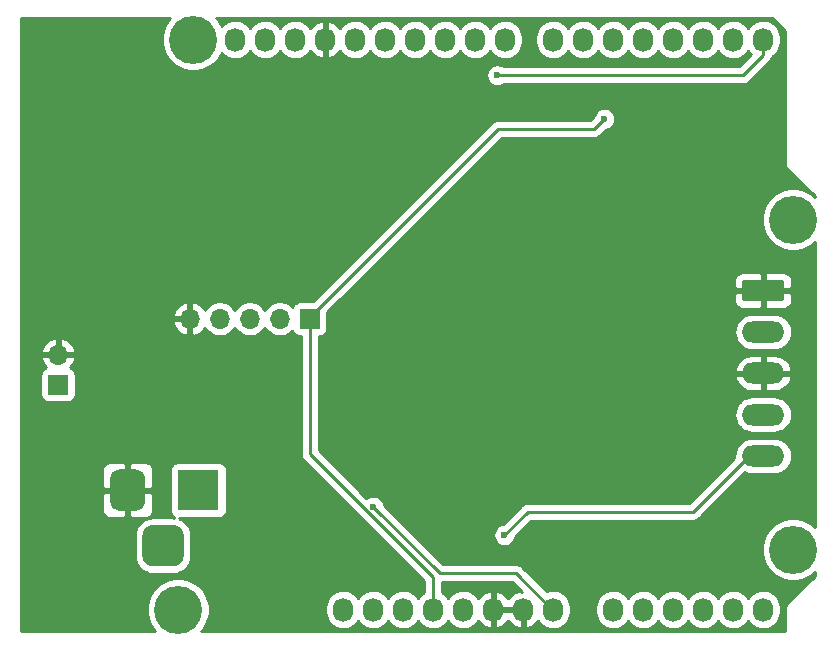
<source format=gbr>
%TF.GenerationSoftware,KiCad,Pcbnew,5.1.9+dfsg1-1~bpo10+1*%
%TF.CreationDate,2021-09-15T11:04:37+02:00*%
%TF.ProjectId,shield_temperature,73686965-6c64-45f7-9465-6d7065726174,1*%
%TF.SameCoordinates,Original*%
%TF.FileFunction,Copper,L2,Bot*%
%TF.FilePolarity,Positive*%
%FSLAX46Y46*%
G04 Gerber Fmt 4.6, Leading zero omitted, Abs format (unit mm)*
G04 Created by KiCad (PCBNEW 5.1.9+dfsg1-1~bpo10+1) date 2021-09-15 11:04:37*
%MOMM*%
%LPD*%
G01*
G04 APERTURE LIST*
%TA.AperFunction,ComponentPad*%
%ADD10O,1.700000X1.700000*%
%TD*%
%TA.AperFunction,ComponentPad*%
%ADD11R,1.700000X1.700000*%
%TD*%
%TA.AperFunction,ComponentPad*%
%ADD12R,3.500000X3.500000*%
%TD*%
%TA.AperFunction,ComponentPad*%
%ADD13O,1.727200X2.032000*%
%TD*%
%TA.AperFunction,ComponentPad*%
%ADD14C,4.064000*%
%TD*%
%TA.AperFunction,ComponentPad*%
%ADD15O,3.600000X1.800000*%
%TD*%
%TA.AperFunction,ViaPad*%
%ADD16C,0.600000*%
%TD*%
%TA.AperFunction,Conductor*%
%ADD17C,0.250000*%
%TD*%
%TA.AperFunction,Conductor*%
%ADD18C,0.254000*%
%TD*%
%TA.AperFunction,Conductor*%
%ADD19C,0.100000*%
%TD*%
G04 APERTURE END LIST*
D10*
%TO.P,J4,2*%
%TO.N,GND*%
X114808000Y-102235000D03*
D11*
%TO.P,J4,1*%
%TO.N,Net-(D1-Pad2)*%
X114808000Y-104775000D03*
%TD*%
%TO.P,J3,3*%
%TO.N,N/C*%
%TA.AperFunction,ComponentPad*%
G36*
G01*
X121945200Y-119290800D02*
X121945200Y-117540800D01*
G75*
G02*
X122820200Y-116665800I875000J0D01*
G01*
X124570200Y-116665800D01*
G75*
G02*
X125445200Y-117540800I0J-875000D01*
G01*
X125445200Y-119290800D01*
G75*
G02*
X124570200Y-120165800I-875000J0D01*
G01*
X122820200Y-120165800D01*
G75*
G02*
X121945200Y-119290800I0J875000D01*
G01*
G37*
%TD.AperFunction*%
%TO.P,J3,2*%
%TO.N,GND*%
%TA.AperFunction,ComponentPad*%
G36*
G01*
X119195200Y-114715800D02*
X119195200Y-112715800D01*
G75*
G02*
X119945200Y-111965800I750000J0D01*
G01*
X121445200Y-111965800D01*
G75*
G02*
X122195200Y-112715800I0J-750000D01*
G01*
X122195200Y-114715800D01*
G75*
G02*
X121445200Y-115465800I-750000J0D01*
G01*
X119945200Y-115465800D01*
G75*
G02*
X119195200Y-114715800I0J750000D01*
G01*
G37*
%TD.AperFunction*%
D12*
%TO.P,J3,1*%
%TO.N,Net-(D1-Pad2)*%
X126695200Y-113715800D03*
%TD*%
D13*
%TO.P,P1,1*%
%TO.N,Net-(P1-Pad1)*%
X138938000Y-123825000D03*
%TO.P,P1,2*%
%TO.N,/IOREF*%
X141478000Y-123825000D03*
%TO.P,P1,3*%
%TO.N,/Reset*%
X144018000Y-123825000D03*
%TO.P,P1,4*%
%TO.N,+3V3*%
X146558000Y-123825000D03*
%TO.P,P1,5*%
%TO.N,+5V*%
X149098000Y-123825000D03*
%TO.P,P1,6*%
%TO.N,GND*%
X151638000Y-123825000D03*
%TO.P,P1,7*%
X154178000Y-123825000D03*
%TO.P,P1,8*%
%TO.N,/Vin*%
X156718000Y-123825000D03*
%TD*%
%TO.P,P2,1*%
%TO.N,/temp_out*%
X161798000Y-123825000D03*
%TO.P,P2,2*%
%TO.N,/humidity*%
X164338000Y-123825000D03*
%TO.P,P2,3*%
%TO.N,/A2*%
X166878000Y-123825000D03*
%TO.P,P2,4*%
%TO.N,/A3*%
X169418000Y-123825000D03*
%TO.P,P2,5*%
%TO.N,/A4(SDA)*%
X171958000Y-123825000D03*
%TO.P,P2,6*%
%TO.N,/A5(SCL)*%
X174498000Y-123825000D03*
%TD*%
%TO.P,P3,1*%
%TO.N,/A5(SCL)*%
X129794000Y-75565000D03*
%TO.P,P3,2*%
%TO.N,/A4(SDA)*%
X132334000Y-75565000D03*
%TO.P,P3,3*%
%TO.N,/AREF*%
X134874000Y-75565000D03*
%TO.P,P3,4*%
%TO.N,GND*%
X137414000Y-75565000D03*
%TO.P,P3,5*%
%TO.N,/13(SCK)*%
X139954000Y-75565000D03*
%TO.P,P3,6*%
%TO.N,/12(MISO)*%
X142494000Y-75565000D03*
%TO.P,P3,7*%
%TO.N,/11(\u002A\u002A/MOSI)*%
X145034000Y-75565000D03*
%TO.P,P3,8*%
%TO.N,/10(\u002A\u002A/SS)*%
X147574000Y-75565000D03*
%TO.P,P3,9*%
%TO.N,/9(\u002A\u002A)*%
X150114000Y-75565000D03*
%TO.P,P3,10*%
%TO.N,/8*%
X152654000Y-75565000D03*
%TD*%
%TO.P,P4,1*%
%TO.N,/7*%
X156718000Y-75565000D03*
%TO.P,P4,2*%
%TO.N,/6(\u002A\u002A)*%
X159258000Y-75565000D03*
%TO.P,P4,3*%
%TO.N,/5(\u002A\u002A)*%
X161798000Y-75565000D03*
%TO.P,P4,4*%
%TO.N,/4*%
X164338000Y-75565000D03*
%TO.P,P4,5*%
%TO.N,/3(\u002A\u002A)*%
X166878000Y-75565000D03*
%TO.P,P4,6*%
%TO.N,/2*%
X169418000Y-75565000D03*
%TO.P,P4,7*%
%TO.N,/1(Tx)*%
X171958000Y-75565000D03*
%TO.P,P4,8*%
%TO.N,/0(Rx)*%
X174498000Y-75565000D03*
%TD*%
D14*
%TO.P,P5,1*%
%TO.N,Net-(P5-Pad1)*%
X124968000Y-123825000D03*
%TD*%
%TO.P,P6,1*%
%TO.N,Net-(P6-Pad1)*%
X177038000Y-118745000D03*
%TD*%
%TO.P,P7,1*%
%TO.N,Net-(P7-Pad1)*%
X126238000Y-75565000D03*
%TD*%
%TO.P,P8,1*%
%TO.N,Net-(P8-Pad1)*%
X177038000Y-90805000D03*
%TD*%
%TO.P,J1,1*%
%TO.N,GND*%
%TA.AperFunction,ComponentPad*%
G36*
G01*
X172948000Y-95915000D02*
X176048000Y-95915000D01*
G75*
G02*
X176298000Y-96165000I0J-250000D01*
G01*
X176298000Y-97465000D01*
G75*
G02*
X176048000Y-97715000I-250000J0D01*
G01*
X172948000Y-97715000D01*
G75*
G02*
X172698000Y-97465000I0J250000D01*
G01*
X172698000Y-96165000D01*
G75*
G02*
X172948000Y-95915000I250000J0D01*
G01*
G37*
%TD.AperFunction*%
D15*
%TO.P,J1,2*%
%TO.N,/temp_out*%
X174498000Y-100315000D03*
%TO.P,J1,3*%
%TO.N,GND*%
X174498000Y-103815000D03*
%TO.P,J1,4*%
%TO.N,/humidity*%
X174498000Y-107315000D03*
%TO.P,J1,5*%
%TO.N,+5V*%
X174498000Y-110815000D03*
%TD*%
D11*
%TO.P,J2,1*%
%TO.N,+3V3*%
X136118600Y-99212400D03*
D10*
%TO.P,J2,2*%
%TO.N,/A4(SDA)*%
X133578600Y-99212400D03*
%TO.P,J2,3*%
%TO.N,/A5(SCL)*%
X131038600Y-99212400D03*
%TO.P,J2,4*%
%TO.N,Net-(J2-Pad4)*%
X128498600Y-99212400D03*
%TO.P,J2,5*%
%TO.N,GND*%
X125958600Y-99212400D03*
%TD*%
D16*
%TO.N,+5V*%
X152590500Y-117513100D03*
%TO.N,GND*%
X131038600Y-85166200D03*
X149098000Y-104825800D03*
X148455462Y-105729373D03*
X148123591Y-106787278D03*
X148134874Y-107895959D03*
X148488206Y-108946890D03*
X149149000Y-109837200D03*
X150052573Y-110479738D03*
X151110478Y-110811609D03*
X152219159Y-110800326D03*
X153270090Y-110446994D03*
X154160400Y-109786200D03*
X154802938Y-108882627D03*
X155134809Y-107824722D03*
X155123526Y-106716041D03*
X154770194Y-105665110D03*
X154109400Y-104774800D03*
X153205827Y-104132262D03*
X152603200Y-103800391D03*
X150876000Y-103835200D03*
X149988310Y-104165006D03*
%TO.N,/Vin*%
X141503400Y-115112800D03*
%TO.N,/0(Rx)*%
X151993600Y-78587600D03*
%TO.N,+3V3*%
X161061400Y-82270600D03*
%TD*%
D17*
%TO.N,+5V*%
X174498000Y-110815000D02*
X173284000Y-110815000D01*
X168554400Y-115544600D02*
X168719500Y-115379500D01*
X154559000Y-115544600D02*
X168554400Y-115544600D01*
X173284000Y-110815000D02*
X168719500Y-115379500D01*
X152590500Y-117513100D02*
X154559000Y-115544600D01*
X168719500Y-115379500D02*
X168579800Y-115519200D01*
%TO.N,/Vin*%
X147116800Y-120726200D02*
X141503400Y-115112800D01*
X153543000Y-120726200D02*
X147116800Y-120726200D01*
X156718000Y-123825000D02*
X156641800Y-123825000D01*
X156641800Y-123825000D02*
X153543000Y-120726200D01*
%TO.N,/0(Rx)*%
X151993600Y-78587600D02*
X151993600Y-78587600D01*
X172796200Y-78587600D02*
X151993600Y-78587600D01*
X174498000Y-75565000D02*
X174498000Y-76885800D01*
X174498000Y-76885800D02*
X172796200Y-78587600D01*
%TO.N,+3V3*%
X160197800Y-83134200D02*
X161061400Y-82270600D01*
X152044400Y-83134200D02*
X160197800Y-83134200D01*
X136118600Y-99212400D02*
X136118600Y-99060000D01*
X136118600Y-99060000D02*
X152044400Y-83134200D01*
X146558000Y-121092402D02*
X146558000Y-123825000D01*
X136118600Y-110653002D02*
X146558000Y-121092402D01*
X136118600Y-99212400D02*
X136118600Y-110653002D01*
%TD*%
D18*
%TO.N,GND*%
X124166406Y-73864887D02*
X123874536Y-74301702D01*
X123673492Y-74787065D01*
X123571000Y-75302323D01*
X123571000Y-75827677D01*
X123673492Y-76342935D01*
X123874536Y-76828298D01*
X124166406Y-77265113D01*
X124537887Y-77636594D01*
X124974702Y-77928464D01*
X125460065Y-78129508D01*
X125975323Y-78232000D01*
X126500677Y-78232000D01*
X127015935Y-78129508D01*
X127501298Y-77928464D01*
X127938113Y-77636594D01*
X128309594Y-77265113D01*
X128601464Y-76828298D01*
X128657001Y-76694219D01*
X128729203Y-76782197D01*
X128957395Y-76969469D01*
X129217737Y-77108625D01*
X129500224Y-77194316D01*
X129794000Y-77223251D01*
X130087777Y-77194316D01*
X130370264Y-77108625D01*
X130630606Y-76969469D01*
X130858797Y-76782197D01*
X131046069Y-76554006D01*
X131064000Y-76520459D01*
X131081931Y-76554006D01*
X131269203Y-76782197D01*
X131497395Y-76969469D01*
X131757737Y-77108625D01*
X132040224Y-77194316D01*
X132334000Y-77223251D01*
X132627777Y-77194316D01*
X132910264Y-77108625D01*
X133170606Y-76969469D01*
X133398797Y-76782197D01*
X133586069Y-76554006D01*
X133604000Y-76520459D01*
X133621931Y-76554006D01*
X133809203Y-76782197D01*
X134037395Y-76969469D01*
X134297737Y-77108625D01*
X134580224Y-77194316D01*
X134874000Y-77223251D01*
X135167777Y-77194316D01*
X135450264Y-77108625D01*
X135710606Y-76969469D01*
X135938797Y-76782197D01*
X136126069Y-76554006D01*
X136147424Y-76514053D01*
X136295514Y-76716729D01*
X136511965Y-76915733D01*
X136763081Y-77068686D01*
X137039211Y-77169709D01*
X137054974Y-77172358D01*
X137287000Y-77051217D01*
X137287000Y-75692000D01*
X137267000Y-75692000D01*
X137267000Y-75438000D01*
X137287000Y-75438000D01*
X137287000Y-74078783D01*
X137541000Y-74078783D01*
X137541000Y-75438000D01*
X137561000Y-75438000D01*
X137561000Y-75692000D01*
X137541000Y-75692000D01*
X137541000Y-77051217D01*
X137773026Y-77172358D01*
X137788789Y-77169709D01*
X138064919Y-77068686D01*
X138316035Y-76915733D01*
X138532486Y-76716729D01*
X138680576Y-76514053D01*
X138701931Y-76554006D01*
X138889203Y-76782197D01*
X139117395Y-76969469D01*
X139377737Y-77108625D01*
X139660224Y-77194316D01*
X139954000Y-77223251D01*
X140247777Y-77194316D01*
X140530264Y-77108625D01*
X140790606Y-76969469D01*
X141018797Y-76782197D01*
X141206069Y-76554006D01*
X141224000Y-76520459D01*
X141241931Y-76554006D01*
X141429203Y-76782197D01*
X141657395Y-76969469D01*
X141917737Y-77108625D01*
X142200224Y-77194316D01*
X142494000Y-77223251D01*
X142787777Y-77194316D01*
X143070264Y-77108625D01*
X143330606Y-76969469D01*
X143558797Y-76782197D01*
X143746069Y-76554006D01*
X143764000Y-76520459D01*
X143781931Y-76554006D01*
X143969203Y-76782197D01*
X144197395Y-76969469D01*
X144457737Y-77108625D01*
X144740224Y-77194316D01*
X145034000Y-77223251D01*
X145327777Y-77194316D01*
X145610264Y-77108625D01*
X145870606Y-76969469D01*
X146098797Y-76782197D01*
X146286069Y-76554006D01*
X146304000Y-76520459D01*
X146321931Y-76554006D01*
X146509203Y-76782197D01*
X146737395Y-76969469D01*
X146997737Y-77108625D01*
X147280224Y-77194316D01*
X147574000Y-77223251D01*
X147867777Y-77194316D01*
X148150264Y-77108625D01*
X148410606Y-76969469D01*
X148638797Y-76782197D01*
X148826069Y-76554006D01*
X148844000Y-76520459D01*
X148861931Y-76554006D01*
X149049203Y-76782197D01*
X149277395Y-76969469D01*
X149537737Y-77108625D01*
X149820224Y-77194316D01*
X150114000Y-77223251D01*
X150407777Y-77194316D01*
X150690264Y-77108625D01*
X150950606Y-76969469D01*
X151178797Y-76782197D01*
X151366069Y-76554006D01*
X151384000Y-76520459D01*
X151401931Y-76554006D01*
X151589203Y-76782197D01*
X151817395Y-76969469D01*
X152077737Y-77108625D01*
X152360224Y-77194316D01*
X152654000Y-77223251D01*
X152947777Y-77194316D01*
X153230264Y-77108625D01*
X153490606Y-76969469D01*
X153718797Y-76782197D01*
X153906069Y-76554006D01*
X154045225Y-76293663D01*
X154130916Y-76011176D01*
X154152600Y-75791018D01*
X154152600Y-75338981D01*
X154130916Y-75118823D01*
X154045225Y-74836336D01*
X153906069Y-74575994D01*
X153718797Y-74347803D01*
X153490605Y-74160531D01*
X153230263Y-74021375D01*
X152947776Y-73935684D01*
X152654000Y-73906749D01*
X152360223Y-73935684D01*
X152077736Y-74021375D01*
X151817394Y-74160531D01*
X151589203Y-74347803D01*
X151401931Y-74575995D01*
X151384000Y-74609541D01*
X151366069Y-74575994D01*
X151178797Y-74347803D01*
X150950605Y-74160531D01*
X150690263Y-74021375D01*
X150407776Y-73935684D01*
X150114000Y-73906749D01*
X149820223Y-73935684D01*
X149537736Y-74021375D01*
X149277394Y-74160531D01*
X149049203Y-74347803D01*
X148861931Y-74575995D01*
X148844000Y-74609541D01*
X148826069Y-74575994D01*
X148638797Y-74347803D01*
X148410605Y-74160531D01*
X148150263Y-74021375D01*
X147867776Y-73935684D01*
X147574000Y-73906749D01*
X147280223Y-73935684D01*
X146997736Y-74021375D01*
X146737394Y-74160531D01*
X146509203Y-74347803D01*
X146321931Y-74575995D01*
X146304000Y-74609541D01*
X146286069Y-74575994D01*
X146098797Y-74347803D01*
X145870605Y-74160531D01*
X145610263Y-74021375D01*
X145327776Y-73935684D01*
X145034000Y-73906749D01*
X144740223Y-73935684D01*
X144457736Y-74021375D01*
X144197394Y-74160531D01*
X143969203Y-74347803D01*
X143781931Y-74575995D01*
X143764000Y-74609541D01*
X143746069Y-74575994D01*
X143558797Y-74347803D01*
X143330605Y-74160531D01*
X143070263Y-74021375D01*
X142787776Y-73935684D01*
X142494000Y-73906749D01*
X142200223Y-73935684D01*
X141917736Y-74021375D01*
X141657394Y-74160531D01*
X141429203Y-74347803D01*
X141241931Y-74575995D01*
X141224000Y-74609541D01*
X141206069Y-74575994D01*
X141018797Y-74347803D01*
X140790605Y-74160531D01*
X140530263Y-74021375D01*
X140247776Y-73935684D01*
X139954000Y-73906749D01*
X139660223Y-73935684D01*
X139377736Y-74021375D01*
X139117394Y-74160531D01*
X138889203Y-74347803D01*
X138701931Y-74575995D01*
X138680576Y-74615947D01*
X138532486Y-74413271D01*
X138316035Y-74214267D01*
X138064919Y-74061314D01*
X137788789Y-73960291D01*
X137773026Y-73957642D01*
X137541000Y-74078783D01*
X137287000Y-74078783D01*
X137054974Y-73957642D01*
X137039211Y-73960291D01*
X136763081Y-74061314D01*
X136511965Y-74214267D01*
X136295514Y-74413271D01*
X136147424Y-74615947D01*
X136126069Y-74575994D01*
X135938797Y-74347803D01*
X135710605Y-74160531D01*
X135450263Y-74021375D01*
X135167776Y-73935684D01*
X134874000Y-73906749D01*
X134580223Y-73935684D01*
X134297736Y-74021375D01*
X134037394Y-74160531D01*
X133809203Y-74347803D01*
X133621931Y-74575995D01*
X133604000Y-74609541D01*
X133586069Y-74575994D01*
X133398797Y-74347803D01*
X133170605Y-74160531D01*
X132910263Y-74021375D01*
X132627776Y-73935684D01*
X132334000Y-73906749D01*
X132040223Y-73935684D01*
X131757736Y-74021375D01*
X131497394Y-74160531D01*
X131269203Y-74347803D01*
X131081931Y-74575995D01*
X131064000Y-74609541D01*
X131046069Y-74575994D01*
X130858797Y-74347803D01*
X130630605Y-74160531D01*
X130370263Y-74021375D01*
X130087776Y-73935684D01*
X129794000Y-73906749D01*
X129500223Y-73935684D01*
X129217736Y-74021375D01*
X128957394Y-74160531D01*
X128729203Y-74347803D01*
X128657001Y-74435781D01*
X128601464Y-74301702D01*
X128309594Y-73864887D01*
X128179707Y-73735000D01*
X175219909Y-73735000D01*
X176328001Y-74843093D01*
X176328000Y-85944125D01*
X176324565Y-85979000D01*
X176328000Y-86013875D01*
X176328000Y-86013876D01*
X176338273Y-86118183D01*
X176378872Y-86252019D01*
X176444800Y-86375362D01*
X176533525Y-86483474D01*
X176560617Y-86505708D01*
X178868001Y-88813093D01*
X178868001Y-88863294D01*
X178738113Y-88733406D01*
X178301298Y-88441536D01*
X177815935Y-88240492D01*
X177300677Y-88138000D01*
X176775323Y-88138000D01*
X176260065Y-88240492D01*
X175774702Y-88441536D01*
X175337887Y-88733406D01*
X174966406Y-89104887D01*
X174674536Y-89541702D01*
X174473492Y-90027065D01*
X174371000Y-90542323D01*
X174371000Y-91067677D01*
X174473492Y-91582935D01*
X174674536Y-92068298D01*
X174966406Y-92505113D01*
X175337887Y-92876594D01*
X175774702Y-93168464D01*
X176260065Y-93369508D01*
X176775323Y-93472000D01*
X177300677Y-93472000D01*
X177815935Y-93369508D01*
X178301298Y-93168464D01*
X178738113Y-92876594D01*
X178868001Y-92746706D01*
X178868000Y-116803293D01*
X178738113Y-116673406D01*
X178301298Y-116381536D01*
X177815935Y-116180492D01*
X177300677Y-116078000D01*
X176775323Y-116078000D01*
X176260065Y-116180492D01*
X175774702Y-116381536D01*
X175337887Y-116673406D01*
X174966406Y-117044887D01*
X174674536Y-117481702D01*
X174473492Y-117967065D01*
X174371000Y-118482323D01*
X174371000Y-119007677D01*
X174473492Y-119522935D01*
X174674536Y-120008298D01*
X174966406Y-120445113D01*
X175337887Y-120816594D01*
X175774702Y-121108464D01*
X176260065Y-121309508D01*
X176775323Y-121412000D01*
X177300677Y-121412000D01*
X177815935Y-121309508D01*
X178301298Y-121108464D01*
X178738113Y-120816594D01*
X178868000Y-120686707D01*
X178868000Y-120990908D01*
X176560617Y-123298292D01*
X176533526Y-123320525D01*
X176511293Y-123347616D01*
X176444801Y-123428637D01*
X176378872Y-123551981D01*
X176338274Y-123685816D01*
X176324565Y-123825000D01*
X176328001Y-123859885D01*
X176328000Y-125655000D01*
X126909707Y-125655000D01*
X127039594Y-125525113D01*
X127331464Y-125088298D01*
X127532508Y-124602935D01*
X127635000Y-124087677D01*
X127635000Y-123562323D01*
X127532508Y-123047065D01*
X127331464Y-122561702D01*
X127039594Y-122124887D01*
X126668113Y-121753406D01*
X126231298Y-121461536D01*
X125745935Y-121260492D01*
X125230677Y-121158000D01*
X124705323Y-121158000D01*
X124190065Y-121260492D01*
X123704702Y-121461536D01*
X123267887Y-121753406D01*
X122896406Y-122124887D01*
X122604536Y-122561702D01*
X122403492Y-123047065D01*
X122301000Y-123562323D01*
X122301000Y-124087677D01*
X122403492Y-124602935D01*
X122604536Y-125088298D01*
X122896406Y-125525113D01*
X123026293Y-125655000D01*
X111708000Y-125655000D01*
X111708000Y-117540800D01*
X121307128Y-117540800D01*
X121307128Y-119290800D01*
X121336201Y-119585986D01*
X121422304Y-119869828D01*
X121562127Y-120131418D01*
X121750297Y-120360703D01*
X121979582Y-120548873D01*
X122241172Y-120688696D01*
X122525014Y-120774799D01*
X122820200Y-120803872D01*
X124570200Y-120803872D01*
X124865386Y-120774799D01*
X125149228Y-120688696D01*
X125410818Y-120548873D01*
X125640103Y-120360703D01*
X125828273Y-120131418D01*
X125968096Y-119869828D01*
X126054199Y-119585986D01*
X126083272Y-119290800D01*
X126083272Y-117540800D01*
X126054199Y-117245614D01*
X125968096Y-116961772D01*
X125828273Y-116700182D01*
X125640103Y-116470897D01*
X125410818Y-116282727D01*
X125149228Y-116142904D01*
X125020557Y-116103872D01*
X128445200Y-116103872D01*
X128569682Y-116091612D01*
X128689380Y-116055302D01*
X128799694Y-115996337D01*
X128896385Y-115916985D01*
X128975737Y-115820294D01*
X129034702Y-115709980D01*
X129071012Y-115590282D01*
X129083272Y-115465800D01*
X129083272Y-111965800D01*
X129071012Y-111841318D01*
X129034702Y-111721620D01*
X128975737Y-111611306D01*
X128896385Y-111514615D01*
X128799694Y-111435263D01*
X128689380Y-111376298D01*
X128569682Y-111339988D01*
X128445200Y-111327728D01*
X124945200Y-111327728D01*
X124820718Y-111339988D01*
X124701020Y-111376298D01*
X124590706Y-111435263D01*
X124494015Y-111514615D01*
X124414663Y-111611306D01*
X124355698Y-111721620D01*
X124319388Y-111841318D01*
X124307128Y-111965800D01*
X124307128Y-115465800D01*
X124319388Y-115590282D01*
X124355698Y-115709980D01*
X124414663Y-115820294D01*
X124494015Y-115916985D01*
X124590706Y-115996337D01*
X124667331Y-116037294D01*
X124570200Y-116027728D01*
X122820200Y-116027728D01*
X122525014Y-116056801D01*
X122241172Y-116142904D01*
X121979582Y-116282727D01*
X121750297Y-116470897D01*
X121562127Y-116700182D01*
X121422304Y-116961772D01*
X121336201Y-117245614D01*
X121307128Y-117540800D01*
X111708000Y-117540800D01*
X111708000Y-115465800D01*
X118557128Y-115465800D01*
X118569388Y-115590282D01*
X118605698Y-115709980D01*
X118664663Y-115820294D01*
X118744015Y-115916985D01*
X118840706Y-115996337D01*
X118951020Y-116055302D01*
X119070718Y-116091612D01*
X119195200Y-116103872D01*
X120409450Y-116100800D01*
X120568200Y-115942050D01*
X120568200Y-113842800D01*
X120822200Y-113842800D01*
X120822200Y-115942050D01*
X120980950Y-116100800D01*
X122195200Y-116103872D01*
X122319682Y-116091612D01*
X122439380Y-116055302D01*
X122549694Y-115996337D01*
X122646385Y-115916985D01*
X122725737Y-115820294D01*
X122784702Y-115709980D01*
X122821012Y-115590282D01*
X122833272Y-115465800D01*
X122830200Y-114001550D01*
X122671450Y-113842800D01*
X120822200Y-113842800D01*
X120568200Y-113842800D01*
X118718950Y-113842800D01*
X118560200Y-114001550D01*
X118557128Y-115465800D01*
X111708000Y-115465800D01*
X111708000Y-111965800D01*
X118557128Y-111965800D01*
X118560200Y-113430050D01*
X118718950Y-113588800D01*
X120568200Y-113588800D01*
X120568200Y-111489550D01*
X120822200Y-111489550D01*
X120822200Y-113588800D01*
X122671450Y-113588800D01*
X122830200Y-113430050D01*
X122833272Y-111965800D01*
X122821012Y-111841318D01*
X122784702Y-111721620D01*
X122725737Y-111611306D01*
X122646385Y-111514615D01*
X122549694Y-111435263D01*
X122439380Y-111376298D01*
X122319682Y-111339988D01*
X122195200Y-111327728D01*
X120980950Y-111330800D01*
X120822200Y-111489550D01*
X120568200Y-111489550D01*
X120409450Y-111330800D01*
X119195200Y-111327728D01*
X119070718Y-111339988D01*
X118951020Y-111376298D01*
X118840706Y-111435263D01*
X118744015Y-111514615D01*
X118664663Y-111611306D01*
X118605698Y-111721620D01*
X118569388Y-111841318D01*
X118557128Y-111965800D01*
X111708000Y-111965800D01*
X111708000Y-103925000D01*
X113319928Y-103925000D01*
X113319928Y-105625000D01*
X113332188Y-105749482D01*
X113368498Y-105869180D01*
X113427463Y-105979494D01*
X113506815Y-106076185D01*
X113603506Y-106155537D01*
X113713820Y-106214502D01*
X113833518Y-106250812D01*
X113958000Y-106263072D01*
X115658000Y-106263072D01*
X115782482Y-106250812D01*
X115902180Y-106214502D01*
X116012494Y-106155537D01*
X116109185Y-106076185D01*
X116188537Y-105979494D01*
X116247502Y-105869180D01*
X116283812Y-105749482D01*
X116296072Y-105625000D01*
X116296072Y-103925000D01*
X116283812Y-103800518D01*
X116247502Y-103680820D01*
X116188537Y-103570506D01*
X116109185Y-103473815D01*
X116012494Y-103394463D01*
X115902180Y-103335498D01*
X115821534Y-103311034D01*
X115905588Y-103235269D01*
X116079641Y-103001920D01*
X116204825Y-102739099D01*
X116249476Y-102591890D01*
X116128155Y-102362000D01*
X114935000Y-102362000D01*
X114935000Y-102382000D01*
X114681000Y-102382000D01*
X114681000Y-102362000D01*
X113487845Y-102362000D01*
X113366524Y-102591890D01*
X113411175Y-102739099D01*
X113536359Y-103001920D01*
X113710412Y-103235269D01*
X113794466Y-103311034D01*
X113713820Y-103335498D01*
X113603506Y-103394463D01*
X113506815Y-103473815D01*
X113427463Y-103570506D01*
X113368498Y-103680820D01*
X113332188Y-103800518D01*
X113319928Y-103925000D01*
X111708000Y-103925000D01*
X111708000Y-101878110D01*
X113366524Y-101878110D01*
X113487845Y-102108000D01*
X114681000Y-102108000D01*
X114681000Y-100914186D01*
X114935000Y-100914186D01*
X114935000Y-102108000D01*
X116128155Y-102108000D01*
X116249476Y-101878110D01*
X116204825Y-101730901D01*
X116079641Y-101468080D01*
X115905588Y-101234731D01*
X115689355Y-101039822D01*
X115439252Y-100890843D01*
X115164891Y-100793519D01*
X114935000Y-100914186D01*
X114681000Y-100914186D01*
X114451109Y-100793519D01*
X114176748Y-100890843D01*
X113926645Y-101039822D01*
X113710412Y-101234731D01*
X113536359Y-101468080D01*
X113411175Y-101730901D01*
X113366524Y-101878110D01*
X111708000Y-101878110D01*
X111708000Y-99569291D01*
X124517119Y-99569291D01*
X124614443Y-99843652D01*
X124763422Y-100093755D01*
X124958331Y-100309988D01*
X125191680Y-100484041D01*
X125454501Y-100609225D01*
X125601710Y-100653876D01*
X125831600Y-100532555D01*
X125831600Y-99339400D01*
X124637786Y-99339400D01*
X124517119Y-99569291D01*
X111708000Y-99569291D01*
X111708000Y-98855509D01*
X124517119Y-98855509D01*
X124637786Y-99085400D01*
X125831600Y-99085400D01*
X125831600Y-97892245D01*
X126085600Y-97892245D01*
X126085600Y-99085400D01*
X126105600Y-99085400D01*
X126105600Y-99339400D01*
X126085600Y-99339400D01*
X126085600Y-100532555D01*
X126315490Y-100653876D01*
X126462699Y-100609225D01*
X126725520Y-100484041D01*
X126958869Y-100309988D01*
X127153778Y-100093755D01*
X127223405Y-99976866D01*
X127345125Y-100159032D01*
X127551968Y-100365875D01*
X127795189Y-100528390D01*
X128065442Y-100640332D01*
X128352340Y-100697400D01*
X128644860Y-100697400D01*
X128931758Y-100640332D01*
X129202011Y-100528390D01*
X129445232Y-100365875D01*
X129652075Y-100159032D01*
X129768600Y-99984640D01*
X129885125Y-100159032D01*
X130091968Y-100365875D01*
X130335189Y-100528390D01*
X130605442Y-100640332D01*
X130892340Y-100697400D01*
X131184860Y-100697400D01*
X131471758Y-100640332D01*
X131742011Y-100528390D01*
X131985232Y-100365875D01*
X132192075Y-100159032D01*
X132308600Y-99984640D01*
X132425125Y-100159032D01*
X132631968Y-100365875D01*
X132875189Y-100528390D01*
X133145442Y-100640332D01*
X133432340Y-100697400D01*
X133724860Y-100697400D01*
X134011758Y-100640332D01*
X134282011Y-100528390D01*
X134525232Y-100365875D01*
X134657087Y-100234020D01*
X134679098Y-100306580D01*
X134738063Y-100416894D01*
X134817415Y-100513585D01*
X134914106Y-100592937D01*
X135024420Y-100651902D01*
X135144118Y-100688212D01*
X135268600Y-100700472D01*
X135358600Y-100700472D01*
X135358601Y-110615670D01*
X135354924Y-110653002D01*
X135369598Y-110801987D01*
X135413054Y-110945248D01*
X135483626Y-111077278D01*
X135554801Y-111164004D01*
X135578600Y-111193003D01*
X135607598Y-111216801D01*
X145798000Y-121407204D01*
X145798000Y-122379584D01*
X145721394Y-122420531D01*
X145493203Y-122607803D01*
X145305931Y-122835995D01*
X145288000Y-122869541D01*
X145270069Y-122835994D01*
X145082797Y-122607803D01*
X144854605Y-122420531D01*
X144594263Y-122281375D01*
X144311776Y-122195684D01*
X144018000Y-122166749D01*
X143724223Y-122195684D01*
X143441736Y-122281375D01*
X143181394Y-122420531D01*
X142953203Y-122607803D01*
X142765931Y-122835995D01*
X142748000Y-122869541D01*
X142730069Y-122835994D01*
X142542797Y-122607803D01*
X142314605Y-122420531D01*
X142054263Y-122281375D01*
X141771776Y-122195684D01*
X141478000Y-122166749D01*
X141184223Y-122195684D01*
X140901736Y-122281375D01*
X140641394Y-122420531D01*
X140413203Y-122607803D01*
X140225931Y-122835995D01*
X140208000Y-122869541D01*
X140190069Y-122835994D01*
X140002797Y-122607803D01*
X139774605Y-122420531D01*
X139514263Y-122281375D01*
X139231776Y-122195684D01*
X138938000Y-122166749D01*
X138644223Y-122195684D01*
X138361736Y-122281375D01*
X138101394Y-122420531D01*
X137873203Y-122607803D01*
X137685931Y-122835995D01*
X137546775Y-123096337D01*
X137461084Y-123378824D01*
X137439400Y-123598982D01*
X137439400Y-124051019D01*
X137461084Y-124271177D01*
X137546775Y-124553664D01*
X137685931Y-124814006D01*
X137873203Y-125042197D01*
X138101395Y-125229469D01*
X138361737Y-125368625D01*
X138644224Y-125454316D01*
X138938000Y-125483251D01*
X139231777Y-125454316D01*
X139514264Y-125368625D01*
X139774606Y-125229469D01*
X140002797Y-125042197D01*
X140190069Y-124814006D01*
X140208000Y-124780459D01*
X140225931Y-124814006D01*
X140413203Y-125042197D01*
X140641395Y-125229469D01*
X140901737Y-125368625D01*
X141184224Y-125454316D01*
X141478000Y-125483251D01*
X141771777Y-125454316D01*
X142054264Y-125368625D01*
X142314606Y-125229469D01*
X142542797Y-125042197D01*
X142730069Y-124814006D01*
X142748000Y-124780459D01*
X142765931Y-124814006D01*
X142953203Y-125042197D01*
X143181395Y-125229469D01*
X143441737Y-125368625D01*
X143724224Y-125454316D01*
X144018000Y-125483251D01*
X144311777Y-125454316D01*
X144594264Y-125368625D01*
X144854606Y-125229469D01*
X145082797Y-125042197D01*
X145270069Y-124814006D01*
X145288000Y-124780459D01*
X145305931Y-124814006D01*
X145493203Y-125042197D01*
X145721395Y-125229469D01*
X145981737Y-125368625D01*
X146264224Y-125454316D01*
X146558000Y-125483251D01*
X146851777Y-125454316D01*
X147134264Y-125368625D01*
X147394606Y-125229469D01*
X147622797Y-125042197D01*
X147810069Y-124814006D01*
X147828000Y-124780459D01*
X147845931Y-124814006D01*
X148033203Y-125042197D01*
X148261395Y-125229469D01*
X148521737Y-125368625D01*
X148804224Y-125454316D01*
X149098000Y-125483251D01*
X149391777Y-125454316D01*
X149674264Y-125368625D01*
X149934606Y-125229469D01*
X150162797Y-125042197D01*
X150350069Y-124814006D01*
X150371424Y-124774053D01*
X150519514Y-124976729D01*
X150735965Y-125175733D01*
X150987081Y-125328686D01*
X151263211Y-125429709D01*
X151278974Y-125432358D01*
X151511000Y-125311217D01*
X151511000Y-123952000D01*
X151765000Y-123952000D01*
X151765000Y-125311217D01*
X151997026Y-125432358D01*
X152012789Y-125429709D01*
X152288919Y-125328686D01*
X152540035Y-125175733D01*
X152756486Y-124976729D01*
X152908000Y-124769367D01*
X153059514Y-124976729D01*
X153275965Y-125175733D01*
X153527081Y-125328686D01*
X153803211Y-125429709D01*
X153818974Y-125432358D01*
X154051000Y-125311217D01*
X154051000Y-123952000D01*
X151765000Y-123952000D01*
X151511000Y-123952000D01*
X151491000Y-123952000D01*
X151491000Y-123698000D01*
X151511000Y-123698000D01*
X151511000Y-122338783D01*
X151278974Y-122217642D01*
X151263211Y-122220291D01*
X150987081Y-122321314D01*
X150735965Y-122474267D01*
X150519514Y-122673271D01*
X150371424Y-122875947D01*
X150350069Y-122835994D01*
X150162797Y-122607803D01*
X149934605Y-122420531D01*
X149674263Y-122281375D01*
X149391776Y-122195684D01*
X149098000Y-122166749D01*
X148804223Y-122195684D01*
X148521736Y-122281375D01*
X148261394Y-122420531D01*
X148033203Y-122607803D01*
X147845931Y-122835995D01*
X147828000Y-122869541D01*
X147810069Y-122835994D01*
X147622797Y-122607803D01*
X147394605Y-122420531D01*
X147318000Y-122379585D01*
X147318000Y-121486200D01*
X153228199Y-121486200D01*
X154050998Y-122308999D01*
X154050998Y-122338782D01*
X153818974Y-122217642D01*
X153803211Y-122220291D01*
X153527081Y-122321314D01*
X153275965Y-122474267D01*
X153059514Y-122673271D01*
X152908000Y-122880633D01*
X152756486Y-122673271D01*
X152540035Y-122474267D01*
X152288919Y-122321314D01*
X152012789Y-122220291D01*
X151997026Y-122217642D01*
X151765000Y-122338783D01*
X151765000Y-123698000D01*
X154051000Y-123698000D01*
X154051000Y-123678000D01*
X154305000Y-123678000D01*
X154305000Y-123698000D01*
X154325000Y-123698000D01*
X154325000Y-123952000D01*
X154305000Y-123952000D01*
X154305000Y-125311217D01*
X154537026Y-125432358D01*
X154552789Y-125429709D01*
X154828919Y-125328686D01*
X155080035Y-125175733D01*
X155296486Y-124976729D01*
X155444576Y-124774053D01*
X155465931Y-124814006D01*
X155653203Y-125042197D01*
X155881395Y-125229469D01*
X156141737Y-125368625D01*
X156424224Y-125454316D01*
X156718000Y-125483251D01*
X157011777Y-125454316D01*
X157294264Y-125368625D01*
X157554606Y-125229469D01*
X157782797Y-125042197D01*
X157970069Y-124814006D01*
X158109225Y-124553663D01*
X158194916Y-124271176D01*
X158216600Y-124051018D01*
X158216600Y-123598982D01*
X160299400Y-123598982D01*
X160299400Y-124051019D01*
X160321084Y-124271177D01*
X160406775Y-124553664D01*
X160545931Y-124814006D01*
X160733203Y-125042197D01*
X160961395Y-125229469D01*
X161221737Y-125368625D01*
X161504224Y-125454316D01*
X161798000Y-125483251D01*
X162091777Y-125454316D01*
X162374264Y-125368625D01*
X162634606Y-125229469D01*
X162862797Y-125042197D01*
X163050069Y-124814006D01*
X163068000Y-124780459D01*
X163085931Y-124814006D01*
X163273203Y-125042197D01*
X163501395Y-125229469D01*
X163761737Y-125368625D01*
X164044224Y-125454316D01*
X164338000Y-125483251D01*
X164631777Y-125454316D01*
X164914264Y-125368625D01*
X165174606Y-125229469D01*
X165402797Y-125042197D01*
X165590069Y-124814006D01*
X165608000Y-124780459D01*
X165625931Y-124814006D01*
X165813203Y-125042197D01*
X166041395Y-125229469D01*
X166301737Y-125368625D01*
X166584224Y-125454316D01*
X166878000Y-125483251D01*
X167171777Y-125454316D01*
X167454264Y-125368625D01*
X167714606Y-125229469D01*
X167942797Y-125042197D01*
X168130069Y-124814006D01*
X168148000Y-124780459D01*
X168165931Y-124814006D01*
X168353203Y-125042197D01*
X168581395Y-125229469D01*
X168841737Y-125368625D01*
X169124224Y-125454316D01*
X169418000Y-125483251D01*
X169711777Y-125454316D01*
X169994264Y-125368625D01*
X170254606Y-125229469D01*
X170482797Y-125042197D01*
X170670069Y-124814006D01*
X170688000Y-124780459D01*
X170705931Y-124814006D01*
X170893203Y-125042197D01*
X171121395Y-125229469D01*
X171381737Y-125368625D01*
X171664224Y-125454316D01*
X171958000Y-125483251D01*
X172251777Y-125454316D01*
X172534264Y-125368625D01*
X172794606Y-125229469D01*
X173022797Y-125042197D01*
X173210069Y-124814006D01*
X173228000Y-124780459D01*
X173245931Y-124814006D01*
X173433203Y-125042197D01*
X173661395Y-125229469D01*
X173921737Y-125368625D01*
X174204224Y-125454316D01*
X174498000Y-125483251D01*
X174791777Y-125454316D01*
X175074264Y-125368625D01*
X175334606Y-125229469D01*
X175562797Y-125042197D01*
X175750069Y-124814006D01*
X175889225Y-124553663D01*
X175974916Y-124271176D01*
X175996600Y-124051018D01*
X175996600Y-123598981D01*
X175974916Y-123378823D01*
X175889225Y-123096336D01*
X175750069Y-122835994D01*
X175562797Y-122607803D01*
X175334605Y-122420531D01*
X175074263Y-122281375D01*
X174791776Y-122195684D01*
X174498000Y-122166749D01*
X174204223Y-122195684D01*
X173921736Y-122281375D01*
X173661394Y-122420531D01*
X173433203Y-122607803D01*
X173245931Y-122835995D01*
X173228000Y-122869541D01*
X173210069Y-122835994D01*
X173022797Y-122607803D01*
X172794605Y-122420531D01*
X172534263Y-122281375D01*
X172251776Y-122195684D01*
X171958000Y-122166749D01*
X171664223Y-122195684D01*
X171381736Y-122281375D01*
X171121394Y-122420531D01*
X170893203Y-122607803D01*
X170705931Y-122835995D01*
X170688000Y-122869541D01*
X170670069Y-122835994D01*
X170482797Y-122607803D01*
X170254605Y-122420531D01*
X169994263Y-122281375D01*
X169711776Y-122195684D01*
X169418000Y-122166749D01*
X169124223Y-122195684D01*
X168841736Y-122281375D01*
X168581394Y-122420531D01*
X168353203Y-122607803D01*
X168165931Y-122835995D01*
X168148000Y-122869541D01*
X168130069Y-122835994D01*
X167942797Y-122607803D01*
X167714605Y-122420531D01*
X167454263Y-122281375D01*
X167171776Y-122195684D01*
X166878000Y-122166749D01*
X166584223Y-122195684D01*
X166301736Y-122281375D01*
X166041394Y-122420531D01*
X165813203Y-122607803D01*
X165625931Y-122835995D01*
X165608000Y-122869541D01*
X165590069Y-122835994D01*
X165402797Y-122607803D01*
X165174605Y-122420531D01*
X164914263Y-122281375D01*
X164631776Y-122195684D01*
X164338000Y-122166749D01*
X164044223Y-122195684D01*
X163761736Y-122281375D01*
X163501394Y-122420531D01*
X163273203Y-122607803D01*
X163085931Y-122835995D01*
X163068000Y-122869541D01*
X163050069Y-122835994D01*
X162862797Y-122607803D01*
X162634605Y-122420531D01*
X162374263Y-122281375D01*
X162091776Y-122195684D01*
X161798000Y-122166749D01*
X161504223Y-122195684D01*
X161221736Y-122281375D01*
X160961394Y-122420531D01*
X160733203Y-122607803D01*
X160545931Y-122835995D01*
X160406775Y-123096337D01*
X160321084Y-123378824D01*
X160299400Y-123598982D01*
X158216600Y-123598982D01*
X158216600Y-123598981D01*
X158194916Y-123378823D01*
X158109225Y-123096336D01*
X157970069Y-122835994D01*
X157782797Y-122607803D01*
X157554605Y-122420531D01*
X157294263Y-122281375D01*
X157011776Y-122195684D01*
X156718000Y-122166749D01*
X156424223Y-122195684D01*
X156165706Y-122274104D01*
X154106804Y-120215203D01*
X154083001Y-120186199D01*
X153967276Y-120091226D01*
X153835247Y-120020654D01*
X153691986Y-119977197D01*
X153580333Y-119966200D01*
X153580322Y-119966200D01*
X153543000Y-119962524D01*
X153505678Y-119966200D01*
X147431603Y-119966200D01*
X144886413Y-117421011D01*
X151655500Y-117421011D01*
X151655500Y-117605189D01*
X151691432Y-117785829D01*
X151761914Y-117955989D01*
X151864238Y-118109128D01*
X151994472Y-118239362D01*
X152147611Y-118341686D01*
X152317771Y-118412168D01*
X152498411Y-118448100D01*
X152682589Y-118448100D01*
X152863229Y-118412168D01*
X153033389Y-118341686D01*
X153186528Y-118239362D01*
X153316762Y-118109128D01*
X153419086Y-117955989D01*
X153489568Y-117785829D01*
X153513653Y-117664749D01*
X154873803Y-116304600D01*
X168517078Y-116304600D01*
X168554400Y-116308276D01*
X168591722Y-116304600D01*
X168591733Y-116304600D01*
X168703386Y-116293603D01*
X168846647Y-116250146D01*
X168978676Y-116179574D01*
X169094401Y-116084601D01*
X169118204Y-116055597D01*
X169283299Y-115890502D01*
X172959545Y-112214257D01*
X173007739Y-112240017D01*
X173297087Y-112327790D01*
X173522592Y-112350000D01*
X175473408Y-112350000D01*
X175698913Y-112327790D01*
X175988261Y-112240017D01*
X176254927Y-112097481D01*
X176488661Y-111905661D01*
X176680481Y-111671927D01*
X176823017Y-111405261D01*
X176910790Y-111115913D01*
X176940427Y-110815000D01*
X176910790Y-110514087D01*
X176823017Y-110224739D01*
X176680481Y-109958073D01*
X176488661Y-109724339D01*
X176254927Y-109532519D01*
X175988261Y-109389983D01*
X175698913Y-109302210D01*
X175473408Y-109280000D01*
X173522592Y-109280000D01*
X173297087Y-109302210D01*
X173007739Y-109389983D01*
X172741073Y-109532519D01*
X172507339Y-109724339D01*
X172315519Y-109958073D01*
X172172983Y-110224739D01*
X172085210Y-110514087D01*
X172055573Y-110815000D01*
X172069347Y-110954851D01*
X168239599Y-114784600D01*
X154596322Y-114784600D01*
X154558999Y-114780924D01*
X154521676Y-114784600D01*
X154521667Y-114784600D01*
X154410014Y-114795597D01*
X154266753Y-114839054D01*
X154134724Y-114909626D01*
X154134722Y-114909627D01*
X154134723Y-114909627D01*
X154047996Y-114980801D01*
X154047992Y-114980805D01*
X154018999Y-115004599D01*
X153995205Y-115033592D01*
X152438851Y-116589947D01*
X152317771Y-116614032D01*
X152147611Y-116684514D01*
X151994472Y-116786838D01*
X151864238Y-116917072D01*
X151761914Y-117070211D01*
X151691432Y-117240371D01*
X151655500Y-117421011D01*
X144886413Y-117421011D01*
X142426553Y-114961152D01*
X142402468Y-114840071D01*
X142331986Y-114669911D01*
X142229662Y-114516772D01*
X142099428Y-114386538D01*
X141946289Y-114284214D01*
X141776129Y-114213732D01*
X141595489Y-114177800D01*
X141411311Y-114177800D01*
X141230671Y-114213732D01*
X141060511Y-114284214D01*
X140919101Y-114378701D01*
X136878600Y-110338201D01*
X136878600Y-107315000D01*
X172055573Y-107315000D01*
X172085210Y-107615913D01*
X172172983Y-107905261D01*
X172315519Y-108171927D01*
X172507339Y-108405661D01*
X172741073Y-108597481D01*
X173007739Y-108740017D01*
X173297087Y-108827790D01*
X173522592Y-108850000D01*
X175473408Y-108850000D01*
X175698913Y-108827790D01*
X175988261Y-108740017D01*
X176254927Y-108597481D01*
X176488661Y-108405661D01*
X176680481Y-108171927D01*
X176823017Y-107905261D01*
X176910790Y-107615913D01*
X176940427Y-107315000D01*
X176910790Y-107014087D01*
X176823017Y-106724739D01*
X176680481Y-106458073D01*
X176488661Y-106224339D01*
X176254927Y-106032519D01*
X175988261Y-105889983D01*
X175698913Y-105802210D01*
X175473408Y-105780000D01*
X173522592Y-105780000D01*
X173297087Y-105802210D01*
X173007739Y-105889983D01*
X172741073Y-106032519D01*
X172507339Y-106224339D01*
X172315519Y-106458073D01*
X172172983Y-106724739D01*
X172085210Y-107014087D01*
X172055573Y-107315000D01*
X136878600Y-107315000D01*
X136878600Y-104179740D01*
X172106964Y-104179740D01*
X172131245Y-104285087D01*
X172251138Y-104562204D01*
X172422790Y-104810606D01*
X172639604Y-105020748D01*
X172893249Y-105184554D01*
X173173977Y-105295729D01*
X173471000Y-105350000D01*
X174371000Y-105350000D01*
X174371000Y-103942000D01*
X174625000Y-103942000D01*
X174625000Y-105350000D01*
X175525000Y-105350000D01*
X175822023Y-105295729D01*
X176102751Y-105184554D01*
X176356396Y-105020748D01*
X176573210Y-104810606D01*
X176744862Y-104562204D01*
X176864755Y-104285087D01*
X176889036Y-104179740D01*
X176768378Y-103942000D01*
X174625000Y-103942000D01*
X174371000Y-103942000D01*
X172227622Y-103942000D01*
X172106964Y-104179740D01*
X136878600Y-104179740D01*
X136878600Y-103450260D01*
X172106964Y-103450260D01*
X172227622Y-103688000D01*
X174371000Y-103688000D01*
X174371000Y-102280000D01*
X174625000Y-102280000D01*
X174625000Y-103688000D01*
X176768378Y-103688000D01*
X176889036Y-103450260D01*
X176864755Y-103344913D01*
X176744862Y-103067796D01*
X176573210Y-102819394D01*
X176356396Y-102609252D01*
X176102751Y-102445446D01*
X175822023Y-102334271D01*
X175525000Y-102280000D01*
X174625000Y-102280000D01*
X174371000Y-102280000D01*
X173471000Y-102280000D01*
X173173977Y-102334271D01*
X172893249Y-102445446D01*
X172639604Y-102609252D01*
X172422790Y-102819394D01*
X172251138Y-103067796D01*
X172131245Y-103344913D01*
X172106964Y-103450260D01*
X136878600Y-103450260D01*
X136878600Y-100700472D01*
X136968600Y-100700472D01*
X137093082Y-100688212D01*
X137212780Y-100651902D01*
X137323094Y-100592937D01*
X137419785Y-100513585D01*
X137499137Y-100416894D01*
X137553601Y-100315000D01*
X172055573Y-100315000D01*
X172085210Y-100615913D01*
X172172983Y-100905261D01*
X172315519Y-101171927D01*
X172507339Y-101405661D01*
X172741073Y-101597481D01*
X173007739Y-101740017D01*
X173297087Y-101827790D01*
X173522592Y-101850000D01*
X175473408Y-101850000D01*
X175698913Y-101827790D01*
X175988261Y-101740017D01*
X176254927Y-101597481D01*
X176488661Y-101405661D01*
X176680481Y-101171927D01*
X176823017Y-100905261D01*
X176910790Y-100615913D01*
X176940427Y-100315000D01*
X176910790Y-100014087D01*
X176823017Y-99724739D01*
X176680481Y-99458073D01*
X176488661Y-99224339D01*
X176254927Y-99032519D01*
X175988261Y-98889983D01*
X175698913Y-98802210D01*
X175473408Y-98780000D01*
X173522592Y-98780000D01*
X173297087Y-98802210D01*
X173007739Y-98889983D01*
X172741073Y-99032519D01*
X172507339Y-99224339D01*
X172315519Y-99458073D01*
X172172983Y-99724739D01*
X172085210Y-100014087D01*
X172055573Y-100315000D01*
X137553601Y-100315000D01*
X137558102Y-100306580D01*
X137594412Y-100186882D01*
X137606672Y-100062400D01*
X137606672Y-98646729D01*
X138538401Y-97715000D01*
X172059928Y-97715000D01*
X172072188Y-97839482D01*
X172108498Y-97959180D01*
X172167463Y-98069494D01*
X172246815Y-98166185D01*
X172343506Y-98245537D01*
X172453820Y-98304502D01*
X172573518Y-98340812D01*
X172698000Y-98353072D01*
X174212250Y-98350000D01*
X174371000Y-98191250D01*
X174371000Y-96942000D01*
X174625000Y-96942000D01*
X174625000Y-98191250D01*
X174783750Y-98350000D01*
X176298000Y-98353072D01*
X176422482Y-98340812D01*
X176542180Y-98304502D01*
X176652494Y-98245537D01*
X176749185Y-98166185D01*
X176828537Y-98069494D01*
X176887502Y-97959180D01*
X176923812Y-97839482D01*
X176936072Y-97715000D01*
X176933000Y-97100750D01*
X176774250Y-96942000D01*
X174625000Y-96942000D01*
X174371000Y-96942000D01*
X172221750Y-96942000D01*
X172063000Y-97100750D01*
X172059928Y-97715000D01*
X138538401Y-97715000D01*
X140338401Y-95915000D01*
X172059928Y-95915000D01*
X172063000Y-96529250D01*
X172221750Y-96688000D01*
X174371000Y-96688000D01*
X174371000Y-95438750D01*
X174625000Y-95438750D01*
X174625000Y-96688000D01*
X176774250Y-96688000D01*
X176933000Y-96529250D01*
X176936072Y-95915000D01*
X176923812Y-95790518D01*
X176887502Y-95670820D01*
X176828537Y-95560506D01*
X176749185Y-95463815D01*
X176652494Y-95384463D01*
X176542180Y-95325498D01*
X176422482Y-95289188D01*
X176298000Y-95276928D01*
X174783750Y-95280000D01*
X174625000Y-95438750D01*
X174371000Y-95438750D01*
X174212250Y-95280000D01*
X172698000Y-95276928D01*
X172573518Y-95289188D01*
X172453820Y-95325498D01*
X172343506Y-95384463D01*
X172246815Y-95463815D01*
X172167463Y-95560506D01*
X172108498Y-95670820D01*
X172072188Y-95790518D01*
X172059928Y-95915000D01*
X140338401Y-95915000D01*
X152359202Y-83894200D01*
X160160478Y-83894200D01*
X160197800Y-83897876D01*
X160235122Y-83894200D01*
X160235133Y-83894200D01*
X160346786Y-83883203D01*
X160490047Y-83839746D01*
X160622076Y-83769174D01*
X160737801Y-83674201D01*
X160761603Y-83645198D01*
X161213049Y-83193753D01*
X161334129Y-83169668D01*
X161504289Y-83099186D01*
X161657428Y-82996862D01*
X161787662Y-82866628D01*
X161889986Y-82713489D01*
X161960468Y-82543329D01*
X161996400Y-82362689D01*
X161996400Y-82178511D01*
X161960468Y-81997871D01*
X161889986Y-81827711D01*
X161787662Y-81674572D01*
X161657428Y-81544338D01*
X161504289Y-81442014D01*
X161334129Y-81371532D01*
X161153489Y-81335600D01*
X160969311Y-81335600D01*
X160788671Y-81371532D01*
X160618511Y-81442014D01*
X160465372Y-81544338D01*
X160335138Y-81674572D01*
X160232814Y-81827711D01*
X160162332Y-81997871D01*
X160138247Y-82118951D01*
X159882999Y-82374200D01*
X152081722Y-82374200D01*
X152044399Y-82370524D01*
X152007076Y-82374200D01*
X152007067Y-82374200D01*
X151895414Y-82385197D01*
X151752153Y-82428654D01*
X151620124Y-82499226D01*
X151504399Y-82594199D01*
X151480601Y-82623197D01*
X136379471Y-97724328D01*
X135268600Y-97724328D01*
X135144118Y-97736588D01*
X135024420Y-97772898D01*
X134914106Y-97831863D01*
X134817415Y-97911215D01*
X134738063Y-98007906D01*
X134679098Y-98118220D01*
X134657087Y-98190780D01*
X134525232Y-98058925D01*
X134282011Y-97896410D01*
X134011758Y-97784468D01*
X133724860Y-97727400D01*
X133432340Y-97727400D01*
X133145442Y-97784468D01*
X132875189Y-97896410D01*
X132631968Y-98058925D01*
X132425125Y-98265768D01*
X132308600Y-98440160D01*
X132192075Y-98265768D01*
X131985232Y-98058925D01*
X131742011Y-97896410D01*
X131471758Y-97784468D01*
X131184860Y-97727400D01*
X130892340Y-97727400D01*
X130605442Y-97784468D01*
X130335189Y-97896410D01*
X130091968Y-98058925D01*
X129885125Y-98265768D01*
X129768600Y-98440160D01*
X129652075Y-98265768D01*
X129445232Y-98058925D01*
X129202011Y-97896410D01*
X128931758Y-97784468D01*
X128644860Y-97727400D01*
X128352340Y-97727400D01*
X128065442Y-97784468D01*
X127795189Y-97896410D01*
X127551968Y-98058925D01*
X127345125Y-98265768D01*
X127223405Y-98447934D01*
X127153778Y-98331045D01*
X126958869Y-98114812D01*
X126725520Y-97940759D01*
X126462699Y-97815575D01*
X126315490Y-97770924D01*
X126085600Y-97892245D01*
X125831600Y-97892245D01*
X125601710Y-97770924D01*
X125454501Y-97815575D01*
X125191680Y-97940759D01*
X124958331Y-98114812D01*
X124763422Y-98331045D01*
X124614443Y-98581148D01*
X124517119Y-98855509D01*
X111708000Y-98855509D01*
X111708000Y-78495511D01*
X151058600Y-78495511D01*
X151058600Y-78679689D01*
X151094532Y-78860329D01*
X151165014Y-79030489D01*
X151267338Y-79183628D01*
X151397572Y-79313862D01*
X151550711Y-79416186D01*
X151720871Y-79486668D01*
X151901511Y-79522600D01*
X152085689Y-79522600D01*
X152266329Y-79486668D01*
X152436489Y-79416186D01*
X152539135Y-79347600D01*
X172758878Y-79347600D01*
X172796200Y-79351276D01*
X172833522Y-79347600D01*
X172833533Y-79347600D01*
X172945186Y-79336603D01*
X173088447Y-79293146D01*
X173220476Y-79222574D01*
X173336201Y-79127601D01*
X173360004Y-79098597D01*
X175009003Y-77449599D01*
X175038001Y-77425801D01*
X175132974Y-77310076D01*
X175203546Y-77178047D01*
X175247003Y-77034786D01*
X175248926Y-77015266D01*
X175334606Y-76969469D01*
X175562797Y-76782197D01*
X175750069Y-76554006D01*
X175889225Y-76293663D01*
X175974916Y-76011176D01*
X175996600Y-75791018D01*
X175996600Y-75338981D01*
X175974916Y-75118823D01*
X175889225Y-74836336D01*
X175750069Y-74575994D01*
X175562797Y-74347803D01*
X175334605Y-74160531D01*
X175074263Y-74021375D01*
X174791776Y-73935684D01*
X174498000Y-73906749D01*
X174204223Y-73935684D01*
X173921736Y-74021375D01*
X173661394Y-74160531D01*
X173433203Y-74347803D01*
X173245931Y-74575995D01*
X173228000Y-74609541D01*
X173210069Y-74575994D01*
X173022797Y-74347803D01*
X172794605Y-74160531D01*
X172534263Y-74021375D01*
X172251776Y-73935684D01*
X171958000Y-73906749D01*
X171664223Y-73935684D01*
X171381736Y-74021375D01*
X171121394Y-74160531D01*
X170893203Y-74347803D01*
X170705931Y-74575995D01*
X170688000Y-74609541D01*
X170670069Y-74575994D01*
X170482797Y-74347803D01*
X170254605Y-74160531D01*
X169994263Y-74021375D01*
X169711776Y-73935684D01*
X169418000Y-73906749D01*
X169124223Y-73935684D01*
X168841736Y-74021375D01*
X168581394Y-74160531D01*
X168353203Y-74347803D01*
X168165931Y-74575995D01*
X168148000Y-74609541D01*
X168130069Y-74575994D01*
X167942797Y-74347803D01*
X167714605Y-74160531D01*
X167454263Y-74021375D01*
X167171776Y-73935684D01*
X166878000Y-73906749D01*
X166584223Y-73935684D01*
X166301736Y-74021375D01*
X166041394Y-74160531D01*
X165813203Y-74347803D01*
X165625931Y-74575995D01*
X165608000Y-74609541D01*
X165590069Y-74575994D01*
X165402797Y-74347803D01*
X165174605Y-74160531D01*
X164914263Y-74021375D01*
X164631776Y-73935684D01*
X164338000Y-73906749D01*
X164044223Y-73935684D01*
X163761736Y-74021375D01*
X163501394Y-74160531D01*
X163273203Y-74347803D01*
X163085931Y-74575995D01*
X163068000Y-74609541D01*
X163050069Y-74575994D01*
X162862797Y-74347803D01*
X162634605Y-74160531D01*
X162374263Y-74021375D01*
X162091776Y-73935684D01*
X161798000Y-73906749D01*
X161504223Y-73935684D01*
X161221736Y-74021375D01*
X160961394Y-74160531D01*
X160733203Y-74347803D01*
X160545931Y-74575995D01*
X160528000Y-74609541D01*
X160510069Y-74575994D01*
X160322797Y-74347803D01*
X160094605Y-74160531D01*
X159834263Y-74021375D01*
X159551776Y-73935684D01*
X159258000Y-73906749D01*
X158964223Y-73935684D01*
X158681736Y-74021375D01*
X158421394Y-74160531D01*
X158193203Y-74347803D01*
X158005931Y-74575995D01*
X157988000Y-74609541D01*
X157970069Y-74575994D01*
X157782797Y-74347803D01*
X157554605Y-74160531D01*
X157294263Y-74021375D01*
X157011776Y-73935684D01*
X156718000Y-73906749D01*
X156424223Y-73935684D01*
X156141736Y-74021375D01*
X155881394Y-74160531D01*
X155653203Y-74347803D01*
X155465931Y-74575995D01*
X155326775Y-74836337D01*
X155241084Y-75118824D01*
X155219400Y-75338982D01*
X155219400Y-75791019D01*
X155241084Y-76011177D01*
X155326775Y-76293664D01*
X155465931Y-76554006D01*
X155653203Y-76782197D01*
X155881395Y-76969469D01*
X156141737Y-77108625D01*
X156424224Y-77194316D01*
X156718000Y-77223251D01*
X157011777Y-77194316D01*
X157294264Y-77108625D01*
X157554606Y-76969469D01*
X157782797Y-76782197D01*
X157970069Y-76554006D01*
X157988000Y-76520459D01*
X158005931Y-76554006D01*
X158193203Y-76782197D01*
X158421395Y-76969469D01*
X158681737Y-77108625D01*
X158964224Y-77194316D01*
X159258000Y-77223251D01*
X159551777Y-77194316D01*
X159834264Y-77108625D01*
X160094606Y-76969469D01*
X160322797Y-76782197D01*
X160510069Y-76554006D01*
X160528000Y-76520459D01*
X160545931Y-76554006D01*
X160733203Y-76782197D01*
X160961395Y-76969469D01*
X161221737Y-77108625D01*
X161504224Y-77194316D01*
X161798000Y-77223251D01*
X162091777Y-77194316D01*
X162374264Y-77108625D01*
X162634606Y-76969469D01*
X162862797Y-76782197D01*
X163050069Y-76554006D01*
X163068000Y-76520459D01*
X163085931Y-76554006D01*
X163273203Y-76782197D01*
X163501395Y-76969469D01*
X163761737Y-77108625D01*
X164044224Y-77194316D01*
X164338000Y-77223251D01*
X164631777Y-77194316D01*
X164914264Y-77108625D01*
X165174606Y-76969469D01*
X165402797Y-76782197D01*
X165590069Y-76554006D01*
X165608000Y-76520459D01*
X165625931Y-76554006D01*
X165813203Y-76782197D01*
X166041395Y-76969469D01*
X166301737Y-77108625D01*
X166584224Y-77194316D01*
X166878000Y-77223251D01*
X167171777Y-77194316D01*
X167454264Y-77108625D01*
X167714606Y-76969469D01*
X167942797Y-76782197D01*
X168130069Y-76554006D01*
X168148000Y-76520459D01*
X168165931Y-76554006D01*
X168353203Y-76782197D01*
X168581395Y-76969469D01*
X168841737Y-77108625D01*
X169124224Y-77194316D01*
X169418000Y-77223251D01*
X169711777Y-77194316D01*
X169994264Y-77108625D01*
X170254606Y-76969469D01*
X170482797Y-76782197D01*
X170670069Y-76554006D01*
X170688000Y-76520459D01*
X170705931Y-76554006D01*
X170893203Y-76782197D01*
X171121395Y-76969469D01*
X171381737Y-77108625D01*
X171664224Y-77194316D01*
X171958000Y-77223251D01*
X172251777Y-77194316D01*
X172534264Y-77108625D01*
X172794606Y-76969469D01*
X173022797Y-76782197D01*
X173210069Y-76554006D01*
X173228000Y-76520459D01*
X173245931Y-76554006D01*
X173433203Y-76782197D01*
X173484611Y-76824387D01*
X172481399Y-77827600D01*
X152539135Y-77827600D01*
X152436489Y-77759014D01*
X152266329Y-77688532D01*
X152085689Y-77652600D01*
X151901511Y-77652600D01*
X151720871Y-77688532D01*
X151550711Y-77759014D01*
X151397572Y-77861338D01*
X151267338Y-77991572D01*
X151165014Y-78144711D01*
X151094532Y-78314871D01*
X151058600Y-78495511D01*
X111708000Y-78495511D01*
X111708000Y-73735000D01*
X124296293Y-73735000D01*
X124166406Y-73864887D01*
%TA.AperFunction,Conductor*%
D19*
G36*
X124166406Y-73864887D02*
G01*
X123874536Y-74301702D01*
X123673492Y-74787065D01*
X123571000Y-75302323D01*
X123571000Y-75827677D01*
X123673492Y-76342935D01*
X123874536Y-76828298D01*
X124166406Y-77265113D01*
X124537887Y-77636594D01*
X124974702Y-77928464D01*
X125460065Y-78129508D01*
X125975323Y-78232000D01*
X126500677Y-78232000D01*
X127015935Y-78129508D01*
X127501298Y-77928464D01*
X127938113Y-77636594D01*
X128309594Y-77265113D01*
X128601464Y-76828298D01*
X128657001Y-76694219D01*
X128729203Y-76782197D01*
X128957395Y-76969469D01*
X129217737Y-77108625D01*
X129500224Y-77194316D01*
X129794000Y-77223251D01*
X130087777Y-77194316D01*
X130370264Y-77108625D01*
X130630606Y-76969469D01*
X130858797Y-76782197D01*
X131046069Y-76554006D01*
X131064000Y-76520459D01*
X131081931Y-76554006D01*
X131269203Y-76782197D01*
X131497395Y-76969469D01*
X131757737Y-77108625D01*
X132040224Y-77194316D01*
X132334000Y-77223251D01*
X132627777Y-77194316D01*
X132910264Y-77108625D01*
X133170606Y-76969469D01*
X133398797Y-76782197D01*
X133586069Y-76554006D01*
X133604000Y-76520459D01*
X133621931Y-76554006D01*
X133809203Y-76782197D01*
X134037395Y-76969469D01*
X134297737Y-77108625D01*
X134580224Y-77194316D01*
X134874000Y-77223251D01*
X135167777Y-77194316D01*
X135450264Y-77108625D01*
X135710606Y-76969469D01*
X135938797Y-76782197D01*
X136126069Y-76554006D01*
X136147424Y-76514053D01*
X136295514Y-76716729D01*
X136511965Y-76915733D01*
X136763081Y-77068686D01*
X137039211Y-77169709D01*
X137054974Y-77172358D01*
X137287000Y-77051217D01*
X137287000Y-75692000D01*
X137267000Y-75692000D01*
X137267000Y-75438000D01*
X137287000Y-75438000D01*
X137287000Y-74078783D01*
X137541000Y-74078783D01*
X137541000Y-75438000D01*
X137561000Y-75438000D01*
X137561000Y-75692000D01*
X137541000Y-75692000D01*
X137541000Y-77051217D01*
X137773026Y-77172358D01*
X137788789Y-77169709D01*
X138064919Y-77068686D01*
X138316035Y-76915733D01*
X138532486Y-76716729D01*
X138680576Y-76514053D01*
X138701931Y-76554006D01*
X138889203Y-76782197D01*
X139117395Y-76969469D01*
X139377737Y-77108625D01*
X139660224Y-77194316D01*
X139954000Y-77223251D01*
X140247777Y-77194316D01*
X140530264Y-77108625D01*
X140790606Y-76969469D01*
X141018797Y-76782197D01*
X141206069Y-76554006D01*
X141224000Y-76520459D01*
X141241931Y-76554006D01*
X141429203Y-76782197D01*
X141657395Y-76969469D01*
X141917737Y-77108625D01*
X142200224Y-77194316D01*
X142494000Y-77223251D01*
X142787777Y-77194316D01*
X143070264Y-77108625D01*
X143330606Y-76969469D01*
X143558797Y-76782197D01*
X143746069Y-76554006D01*
X143764000Y-76520459D01*
X143781931Y-76554006D01*
X143969203Y-76782197D01*
X144197395Y-76969469D01*
X144457737Y-77108625D01*
X144740224Y-77194316D01*
X145034000Y-77223251D01*
X145327777Y-77194316D01*
X145610264Y-77108625D01*
X145870606Y-76969469D01*
X146098797Y-76782197D01*
X146286069Y-76554006D01*
X146304000Y-76520459D01*
X146321931Y-76554006D01*
X146509203Y-76782197D01*
X146737395Y-76969469D01*
X146997737Y-77108625D01*
X147280224Y-77194316D01*
X147574000Y-77223251D01*
X147867777Y-77194316D01*
X148150264Y-77108625D01*
X148410606Y-76969469D01*
X148638797Y-76782197D01*
X148826069Y-76554006D01*
X148844000Y-76520459D01*
X148861931Y-76554006D01*
X149049203Y-76782197D01*
X149277395Y-76969469D01*
X149537737Y-77108625D01*
X149820224Y-77194316D01*
X150114000Y-77223251D01*
X150407777Y-77194316D01*
X150690264Y-77108625D01*
X150950606Y-76969469D01*
X151178797Y-76782197D01*
X151366069Y-76554006D01*
X151384000Y-76520459D01*
X151401931Y-76554006D01*
X151589203Y-76782197D01*
X151817395Y-76969469D01*
X152077737Y-77108625D01*
X152360224Y-77194316D01*
X152654000Y-77223251D01*
X152947777Y-77194316D01*
X153230264Y-77108625D01*
X153490606Y-76969469D01*
X153718797Y-76782197D01*
X153906069Y-76554006D01*
X154045225Y-76293663D01*
X154130916Y-76011176D01*
X154152600Y-75791018D01*
X154152600Y-75338981D01*
X154130916Y-75118823D01*
X154045225Y-74836336D01*
X153906069Y-74575994D01*
X153718797Y-74347803D01*
X153490605Y-74160531D01*
X153230263Y-74021375D01*
X152947776Y-73935684D01*
X152654000Y-73906749D01*
X152360223Y-73935684D01*
X152077736Y-74021375D01*
X151817394Y-74160531D01*
X151589203Y-74347803D01*
X151401931Y-74575995D01*
X151384000Y-74609541D01*
X151366069Y-74575994D01*
X151178797Y-74347803D01*
X150950605Y-74160531D01*
X150690263Y-74021375D01*
X150407776Y-73935684D01*
X150114000Y-73906749D01*
X149820223Y-73935684D01*
X149537736Y-74021375D01*
X149277394Y-74160531D01*
X149049203Y-74347803D01*
X148861931Y-74575995D01*
X148844000Y-74609541D01*
X148826069Y-74575994D01*
X148638797Y-74347803D01*
X148410605Y-74160531D01*
X148150263Y-74021375D01*
X147867776Y-73935684D01*
X147574000Y-73906749D01*
X147280223Y-73935684D01*
X146997736Y-74021375D01*
X146737394Y-74160531D01*
X146509203Y-74347803D01*
X146321931Y-74575995D01*
X146304000Y-74609541D01*
X146286069Y-74575994D01*
X146098797Y-74347803D01*
X145870605Y-74160531D01*
X145610263Y-74021375D01*
X145327776Y-73935684D01*
X145034000Y-73906749D01*
X144740223Y-73935684D01*
X144457736Y-74021375D01*
X144197394Y-74160531D01*
X143969203Y-74347803D01*
X143781931Y-74575995D01*
X143764000Y-74609541D01*
X143746069Y-74575994D01*
X143558797Y-74347803D01*
X143330605Y-74160531D01*
X143070263Y-74021375D01*
X142787776Y-73935684D01*
X142494000Y-73906749D01*
X142200223Y-73935684D01*
X141917736Y-74021375D01*
X141657394Y-74160531D01*
X141429203Y-74347803D01*
X141241931Y-74575995D01*
X141224000Y-74609541D01*
X141206069Y-74575994D01*
X141018797Y-74347803D01*
X140790605Y-74160531D01*
X140530263Y-74021375D01*
X140247776Y-73935684D01*
X139954000Y-73906749D01*
X139660223Y-73935684D01*
X139377736Y-74021375D01*
X139117394Y-74160531D01*
X138889203Y-74347803D01*
X138701931Y-74575995D01*
X138680576Y-74615947D01*
X138532486Y-74413271D01*
X138316035Y-74214267D01*
X138064919Y-74061314D01*
X137788789Y-73960291D01*
X137773026Y-73957642D01*
X137541000Y-74078783D01*
X137287000Y-74078783D01*
X137054974Y-73957642D01*
X137039211Y-73960291D01*
X136763081Y-74061314D01*
X136511965Y-74214267D01*
X136295514Y-74413271D01*
X136147424Y-74615947D01*
X136126069Y-74575994D01*
X135938797Y-74347803D01*
X135710605Y-74160531D01*
X135450263Y-74021375D01*
X135167776Y-73935684D01*
X134874000Y-73906749D01*
X134580223Y-73935684D01*
X134297736Y-74021375D01*
X134037394Y-74160531D01*
X133809203Y-74347803D01*
X133621931Y-74575995D01*
X133604000Y-74609541D01*
X133586069Y-74575994D01*
X133398797Y-74347803D01*
X133170605Y-74160531D01*
X132910263Y-74021375D01*
X132627776Y-73935684D01*
X132334000Y-73906749D01*
X132040223Y-73935684D01*
X131757736Y-74021375D01*
X131497394Y-74160531D01*
X131269203Y-74347803D01*
X131081931Y-74575995D01*
X131064000Y-74609541D01*
X131046069Y-74575994D01*
X130858797Y-74347803D01*
X130630605Y-74160531D01*
X130370263Y-74021375D01*
X130087776Y-73935684D01*
X129794000Y-73906749D01*
X129500223Y-73935684D01*
X129217736Y-74021375D01*
X128957394Y-74160531D01*
X128729203Y-74347803D01*
X128657001Y-74435781D01*
X128601464Y-74301702D01*
X128309594Y-73864887D01*
X128179707Y-73735000D01*
X175219909Y-73735000D01*
X176328001Y-74843093D01*
X176328000Y-85944125D01*
X176324565Y-85979000D01*
X176328000Y-86013875D01*
X176328000Y-86013876D01*
X176338273Y-86118183D01*
X176378872Y-86252019D01*
X176444800Y-86375362D01*
X176533525Y-86483474D01*
X176560617Y-86505708D01*
X178868001Y-88813093D01*
X178868001Y-88863294D01*
X178738113Y-88733406D01*
X178301298Y-88441536D01*
X177815935Y-88240492D01*
X177300677Y-88138000D01*
X176775323Y-88138000D01*
X176260065Y-88240492D01*
X175774702Y-88441536D01*
X175337887Y-88733406D01*
X174966406Y-89104887D01*
X174674536Y-89541702D01*
X174473492Y-90027065D01*
X174371000Y-90542323D01*
X174371000Y-91067677D01*
X174473492Y-91582935D01*
X174674536Y-92068298D01*
X174966406Y-92505113D01*
X175337887Y-92876594D01*
X175774702Y-93168464D01*
X176260065Y-93369508D01*
X176775323Y-93472000D01*
X177300677Y-93472000D01*
X177815935Y-93369508D01*
X178301298Y-93168464D01*
X178738113Y-92876594D01*
X178868001Y-92746706D01*
X178868000Y-116803293D01*
X178738113Y-116673406D01*
X178301298Y-116381536D01*
X177815935Y-116180492D01*
X177300677Y-116078000D01*
X176775323Y-116078000D01*
X176260065Y-116180492D01*
X175774702Y-116381536D01*
X175337887Y-116673406D01*
X174966406Y-117044887D01*
X174674536Y-117481702D01*
X174473492Y-117967065D01*
X174371000Y-118482323D01*
X174371000Y-119007677D01*
X174473492Y-119522935D01*
X174674536Y-120008298D01*
X174966406Y-120445113D01*
X175337887Y-120816594D01*
X175774702Y-121108464D01*
X176260065Y-121309508D01*
X176775323Y-121412000D01*
X177300677Y-121412000D01*
X177815935Y-121309508D01*
X178301298Y-121108464D01*
X178738113Y-120816594D01*
X178868000Y-120686707D01*
X178868000Y-120990908D01*
X176560617Y-123298292D01*
X176533526Y-123320525D01*
X176511293Y-123347616D01*
X176444801Y-123428637D01*
X176378872Y-123551981D01*
X176338274Y-123685816D01*
X176324565Y-123825000D01*
X176328001Y-123859885D01*
X176328000Y-125655000D01*
X126909707Y-125655000D01*
X127039594Y-125525113D01*
X127331464Y-125088298D01*
X127532508Y-124602935D01*
X127635000Y-124087677D01*
X127635000Y-123562323D01*
X127532508Y-123047065D01*
X127331464Y-122561702D01*
X127039594Y-122124887D01*
X126668113Y-121753406D01*
X126231298Y-121461536D01*
X125745935Y-121260492D01*
X125230677Y-121158000D01*
X124705323Y-121158000D01*
X124190065Y-121260492D01*
X123704702Y-121461536D01*
X123267887Y-121753406D01*
X122896406Y-122124887D01*
X122604536Y-122561702D01*
X122403492Y-123047065D01*
X122301000Y-123562323D01*
X122301000Y-124087677D01*
X122403492Y-124602935D01*
X122604536Y-125088298D01*
X122896406Y-125525113D01*
X123026293Y-125655000D01*
X111708000Y-125655000D01*
X111708000Y-117540800D01*
X121307128Y-117540800D01*
X121307128Y-119290800D01*
X121336201Y-119585986D01*
X121422304Y-119869828D01*
X121562127Y-120131418D01*
X121750297Y-120360703D01*
X121979582Y-120548873D01*
X122241172Y-120688696D01*
X122525014Y-120774799D01*
X122820200Y-120803872D01*
X124570200Y-120803872D01*
X124865386Y-120774799D01*
X125149228Y-120688696D01*
X125410818Y-120548873D01*
X125640103Y-120360703D01*
X125828273Y-120131418D01*
X125968096Y-119869828D01*
X126054199Y-119585986D01*
X126083272Y-119290800D01*
X126083272Y-117540800D01*
X126054199Y-117245614D01*
X125968096Y-116961772D01*
X125828273Y-116700182D01*
X125640103Y-116470897D01*
X125410818Y-116282727D01*
X125149228Y-116142904D01*
X125020557Y-116103872D01*
X128445200Y-116103872D01*
X128569682Y-116091612D01*
X128689380Y-116055302D01*
X128799694Y-115996337D01*
X128896385Y-115916985D01*
X128975737Y-115820294D01*
X129034702Y-115709980D01*
X129071012Y-115590282D01*
X129083272Y-115465800D01*
X129083272Y-111965800D01*
X129071012Y-111841318D01*
X129034702Y-111721620D01*
X128975737Y-111611306D01*
X128896385Y-111514615D01*
X128799694Y-111435263D01*
X128689380Y-111376298D01*
X128569682Y-111339988D01*
X128445200Y-111327728D01*
X124945200Y-111327728D01*
X124820718Y-111339988D01*
X124701020Y-111376298D01*
X124590706Y-111435263D01*
X124494015Y-111514615D01*
X124414663Y-111611306D01*
X124355698Y-111721620D01*
X124319388Y-111841318D01*
X124307128Y-111965800D01*
X124307128Y-115465800D01*
X124319388Y-115590282D01*
X124355698Y-115709980D01*
X124414663Y-115820294D01*
X124494015Y-115916985D01*
X124590706Y-115996337D01*
X124667331Y-116037294D01*
X124570200Y-116027728D01*
X122820200Y-116027728D01*
X122525014Y-116056801D01*
X122241172Y-116142904D01*
X121979582Y-116282727D01*
X121750297Y-116470897D01*
X121562127Y-116700182D01*
X121422304Y-116961772D01*
X121336201Y-117245614D01*
X121307128Y-117540800D01*
X111708000Y-117540800D01*
X111708000Y-115465800D01*
X118557128Y-115465800D01*
X118569388Y-115590282D01*
X118605698Y-115709980D01*
X118664663Y-115820294D01*
X118744015Y-115916985D01*
X118840706Y-115996337D01*
X118951020Y-116055302D01*
X119070718Y-116091612D01*
X119195200Y-116103872D01*
X120409450Y-116100800D01*
X120568200Y-115942050D01*
X120568200Y-113842800D01*
X120822200Y-113842800D01*
X120822200Y-115942050D01*
X120980950Y-116100800D01*
X122195200Y-116103872D01*
X122319682Y-116091612D01*
X122439380Y-116055302D01*
X122549694Y-115996337D01*
X122646385Y-115916985D01*
X122725737Y-115820294D01*
X122784702Y-115709980D01*
X122821012Y-115590282D01*
X122833272Y-115465800D01*
X122830200Y-114001550D01*
X122671450Y-113842800D01*
X120822200Y-113842800D01*
X120568200Y-113842800D01*
X118718950Y-113842800D01*
X118560200Y-114001550D01*
X118557128Y-115465800D01*
X111708000Y-115465800D01*
X111708000Y-111965800D01*
X118557128Y-111965800D01*
X118560200Y-113430050D01*
X118718950Y-113588800D01*
X120568200Y-113588800D01*
X120568200Y-111489550D01*
X120822200Y-111489550D01*
X120822200Y-113588800D01*
X122671450Y-113588800D01*
X122830200Y-113430050D01*
X122833272Y-111965800D01*
X122821012Y-111841318D01*
X122784702Y-111721620D01*
X122725737Y-111611306D01*
X122646385Y-111514615D01*
X122549694Y-111435263D01*
X122439380Y-111376298D01*
X122319682Y-111339988D01*
X122195200Y-111327728D01*
X120980950Y-111330800D01*
X120822200Y-111489550D01*
X120568200Y-111489550D01*
X120409450Y-111330800D01*
X119195200Y-111327728D01*
X119070718Y-111339988D01*
X118951020Y-111376298D01*
X118840706Y-111435263D01*
X118744015Y-111514615D01*
X118664663Y-111611306D01*
X118605698Y-111721620D01*
X118569388Y-111841318D01*
X118557128Y-111965800D01*
X111708000Y-111965800D01*
X111708000Y-103925000D01*
X113319928Y-103925000D01*
X113319928Y-105625000D01*
X113332188Y-105749482D01*
X113368498Y-105869180D01*
X113427463Y-105979494D01*
X113506815Y-106076185D01*
X113603506Y-106155537D01*
X113713820Y-106214502D01*
X113833518Y-106250812D01*
X113958000Y-106263072D01*
X115658000Y-106263072D01*
X115782482Y-106250812D01*
X115902180Y-106214502D01*
X116012494Y-106155537D01*
X116109185Y-106076185D01*
X116188537Y-105979494D01*
X116247502Y-105869180D01*
X116283812Y-105749482D01*
X116296072Y-105625000D01*
X116296072Y-103925000D01*
X116283812Y-103800518D01*
X116247502Y-103680820D01*
X116188537Y-103570506D01*
X116109185Y-103473815D01*
X116012494Y-103394463D01*
X115902180Y-103335498D01*
X115821534Y-103311034D01*
X115905588Y-103235269D01*
X116079641Y-103001920D01*
X116204825Y-102739099D01*
X116249476Y-102591890D01*
X116128155Y-102362000D01*
X114935000Y-102362000D01*
X114935000Y-102382000D01*
X114681000Y-102382000D01*
X114681000Y-102362000D01*
X113487845Y-102362000D01*
X113366524Y-102591890D01*
X113411175Y-102739099D01*
X113536359Y-103001920D01*
X113710412Y-103235269D01*
X113794466Y-103311034D01*
X113713820Y-103335498D01*
X113603506Y-103394463D01*
X113506815Y-103473815D01*
X113427463Y-103570506D01*
X113368498Y-103680820D01*
X113332188Y-103800518D01*
X113319928Y-103925000D01*
X111708000Y-103925000D01*
X111708000Y-101878110D01*
X113366524Y-101878110D01*
X113487845Y-102108000D01*
X114681000Y-102108000D01*
X114681000Y-100914186D01*
X114935000Y-100914186D01*
X114935000Y-102108000D01*
X116128155Y-102108000D01*
X116249476Y-101878110D01*
X116204825Y-101730901D01*
X116079641Y-101468080D01*
X115905588Y-101234731D01*
X115689355Y-101039822D01*
X115439252Y-100890843D01*
X115164891Y-100793519D01*
X114935000Y-100914186D01*
X114681000Y-100914186D01*
X114451109Y-100793519D01*
X114176748Y-100890843D01*
X113926645Y-101039822D01*
X113710412Y-101234731D01*
X113536359Y-101468080D01*
X113411175Y-101730901D01*
X113366524Y-101878110D01*
X111708000Y-101878110D01*
X111708000Y-99569291D01*
X124517119Y-99569291D01*
X124614443Y-99843652D01*
X124763422Y-100093755D01*
X124958331Y-100309988D01*
X125191680Y-100484041D01*
X125454501Y-100609225D01*
X125601710Y-100653876D01*
X125831600Y-100532555D01*
X125831600Y-99339400D01*
X124637786Y-99339400D01*
X124517119Y-99569291D01*
X111708000Y-99569291D01*
X111708000Y-98855509D01*
X124517119Y-98855509D01*
X124637786Y-99085400D01*
X125831600Y-99085400D01*
X125831600Y-97892245D01*
X126085600Y-97892245D01*
X126085600Y-99085400D01*
X126105600Y-99085400D01*
X126105600Y-99339400D01*
X126085600Y-99339400D01*
X126085600Y-100532555D01*
X126315490Y-100653876D01*
X126462699Y-100609225D01*
X126725520Y-100484041D01*
X126958869Y-100309988D01*
X127153778Y-100093755D01*
X127223405Y-99976866D01*
X127345125Y-100159032D01*
X127551968Y-100365875D01*
X127795189Y-100528390D01*
X128065442Y-100640332D01*
X128352340Y-100697400D01*
X128644860Y-100697400D01*
X128931758Y-100640332D01*
X129202011Y-100528390D01*
X129445232Y-100365875D01*
X129652075Y-100159032D01*
X129768600Y-99984640D01*
X129885125Y-100159032D01*
X130091968Y-100365875D01*
X130335189Y-100528390D01*
X130605442Y-100640332D01*
X130892340Y-100697400D01*
X131184860Y-100697400D01*
X131471758Y-100640332D01*
X131742011Y-100528390D01*
X131985232Y-100365875D01*
X132192075Y-100159032D01*
X132308600Y-99984640D01*
X132425125Y-100159032D01*
X132631968Y-100365875D01*
X132875189Y-100528390D01*
X133145442Y-100640332D01*
X133432340Y-100697400D01*
X133724860Y-100697400D01*
X134011758Y-100640332D01*
X134282011Y-100528390D01*
X134525232Y-100365875D01*
X134657087Y-100234020D01*
X134679098Y-100306580D01*
X134738063Y-100416894D01*
X134817415Y-100513585D01*
X134914106Y-100592937D01*
X135024420Y-100651902D01*
X135144118Y-100688212D01*
X135268600Y-100700472D01*
X135358600Y-100700472D01*
X135358601Y-110615670D01*
X135354924Y-110653002D01*
X135369598Y-110801987D01*
X135413054Y-110945248D01*
X135483626Y-111077278D01*
X135554801Y-111164004D01*
X135578600Y-111193003D01*
X135607598Y-111216801D01*
X145798000Y-121407204D01*
X145798000Y-122379584D01*
X145721394Y-122420531D01*
X145493203Y-122607803D01*
X145305931Y-122835995D01*
X145288000Y-122869541D01*
X145270069Y-122835994D01*
X145082797Y-122607803D01*
X144854605Y-122420531D01*
X144594263Y-122281375D01*
X144311776Y-122195684D01*
X144018000Y-122166749D01*
X143724223Y-122195684D01*
X143441736Y-122281375D01*
X143181394Y-122420531D01*
X142953203Y-122607803D01*
X142765931Y-122835995D01*
X142748000Y-122869541D01*
X142730069Y-122835994D01*
X142542797Y-122607803D01*
X142314605Y-122420531D01*
X142054263Y-122281375D01*
X141771776Y-122195684D01*
X141478000Y-122166749D01*
X141184223Y-122195684D01*
X140901736Y-122281375D01*
X140641394Y-122420531D01*
X140413203Y-122607803D01*
X140225931Y-122835995D01*
X140208000Y-122869541D01*
X140190069Y-122835994D01*
X140002797Y-122607803D01*
X139774605Y-122420531D01*
X139514263Y-122281375D01*
X139231776Y-122195684D01*
X138938000Y-122166749D01*
X138644223Y-122195684D01*
X138361736Y-122281375D01*
X138101394Y-122420531D01*
X137873203Y-122607803D01*
X137685931Y-122835995D01*
X137546775Y-123096337D01*
X137461084Y-123378824D01*
X137439400Y-123598982D01*
X137439400Y-124051019D01*
X137461084Y-124271177D01*
X137546775Y-124553664D01*
X137685931Y-124814006D01*
X137873203Y-125042197D01*
X138101395Y-125229469D01*
X138361737Y-125368625D01*
X138644224Y-125454316D01*
X138938000Y-125483251D01*
X139231777Y-125454316D01*
X139514264Y-125368625D01*
X139774606Y-125229469D01*
X140002797Y-125042197D01*
X140190069Y-124814006D01*
X140208000Y-124780459D01*
X140225931Y-124814006D01*
X140413203Y-125042197D01*
X140641395Y-125229469D01*
X140901737Y-125368625D01*
X141184224Y-125454316D01*
X141478000Y-125483251D01*
X141771777Y-125454316D01*
X142054264Y-125368625D01*
X142314606Y-125229469D01*
X142542797Y-125042197D01*
X142730069Y-124814006D01*
X142748000Y-124780459D01*
X142765931Y-124814006D01*
X142953203Y-125042197D01*
X143181395Y-125229469D01*
X143441737Y-125368625D01*
X143724224Y-125454316D01*
X144018000Y-125483251D01*
X144311777Y-125454316D01*
X144594264Y-125368625D01*
X144854606Y-125229469D01*
X145082797Y-125042197D01*
X145270069Y-124814006D01*
X145288000Y-124780459D01*
X145305931Y-124814006D01*
X145493203Y-125042197D01*
X145721395Y-125229469D01*
X145981737Y-125368625D01*
X146264224Y-125454316D01*
X146558000Y-125483251D01*
X146851777Y-125454316D01*
X147134264Y-125368625D01*
X147394606Y-125229469D01*
X147622797Y-125042197D01*
X147810069Y-124814006D01*
X147828000Y-124780459D01*
X147845931Y-124814006D01*
X148033203Y-125042197D01*
X148261395Y-125229469D01*
X148521737Y-125368625D01*
X148804224Y-125454316D01*
X149098000Y-125483251D01*
X149391777Y-125454316D01*
X149674264Y-125368625D01*
X149934606Y-125229469D01*
X150162797Y-125042197D01*
X150350069Y-124814006D01*
X150371424Y-124774053D01*
X150519514Y-124976729D01*
X150735965Y-125175733D01*
X150987081Y-125328686D01*
X151263211Y-125429709D01*
X151278974Y-125432358D01*
X151511000Y-125311217D01*
X151511000Y-123952000D01*
X151765000Y-123952000D01*
X151765000Y-125311217D01*
X151997026Y-125432358D01*
X152012789Y-125429709D01*
X152288919Y-125328686D01*
X152540035Y-125175733D01*
X152756486Y-124976729D01*
X152908000Y-124769367D01*
X153059514Y-124976729D01*
X153275965Y-125175733D01*
X153527081Y-125328686D01*
X153803211Y-125429709D01*
X153818974Y-125432358D01*
X154051000Y-125311217D01*
X154051000Y-123952000D01*
X151765000Y-123952000D01*
X151511000Y-123952000D01*
X151491000Y-123952000D01*
X151491000Y-123698000D01*
X151511000Y-123698000D01*
X151511000Y-122338783D01*
X151278974Y-122217642D01*
X151263211Y-122220291D01*
X150987081Y-122321314D01*
X150735965Y-122474267D01*
X150519514Y-122673271D01*
X150371424Y-122875947D01*
X150350069Y-122835994D01*
X150162797Y-122607803D01*
X149934605Y-122420531D01*
X149674263Y-122281375D01*
X149391776Y-122195684D01*
X149098000Y-122166749D01*
X148804223Y-122195684D01*
X148521736Y-122281375D01*
X148261394Y-122420531D01*
X148033203Y-122607803D01*
X147845931Y-122835995D01*
X147828000Y-122869541D01*
X147810069Y-122835994D01*
X147622797Y-122607803D01*
X147394605Y-122420531D01*
X147318000Y-122379585D01*
X147318000Y-121486200D01*
X153228199Y-121486200D01*
X154050998Y-122308999D01*
X154050998Y-122338782D01*
X153818974Y-122217642D01*
X153803211Y-122220291D01*
X153527081Y-122321314D01*
X153275965Y-122474267D01*
X153059514Y-122673271D01*
X152908000Y-122880633D01*
X152756486Y-122673271D01*
X152540035Y-122474267D01*
X152288919Y-122321314D01*
X152012789Y-122220291D01*
X151997026Y-122217642D01*
X151765000Y-122338783D01*
X151765000Y-123698000D01*
X154051000Y-123698000D01*
X154051000Y-123678000D01*
X154305000Y-123678000D01*
X154305000Y-123698000D01*
X154325000Y-123698000D01*
X154325000Y-123952000D01*
X154305000Y-123952000D01*
X154305000Y-125311217D01*
X154537026Y-125432358D01*
X154552789Y-125429709D01*
X154828919Y-125328686D01*
X155080035Y-125175733D01*
X155296486Y-124976729D01*
X155444576Y-124774053D01*
X155465931Y-124814006D01*
X155653203Y-125042197D01*
X155881395Y-125229469D01*
X156141737Y-125368625D01*
X156424224Y-125454316D01*
X156718000Y-125483251D01*
X157011777Y-125454316D01*
X157294264Y-125368625D01*
X157554606Y-125229469D01*
X157782797Y-125042197D01*
X157970069Y-124814006D01*
X158109225Y-124553663D01*
X158194916Y-124271176D01*
X158216600Y-124051018D01*
X158216600Y-123598982D01*
X160299400Y-123598982D01*
X160299400Y-124051019D01*
X160321084Y-124271177D01*
X160406775Y-124553664D01*
X160545931Y-124814006D01*
X160733203Y-125042197D01*
X160961395Y-125229469D01*
X161221737Y-125368625D01*
X161504224Y-125454316D01*
X161798000Y-125483251D01*
X162091777Y-125454316D01*
X162374264Y-125368625D01*
X162634606Y-125229469D01*
X162862797Y-125042197D01*
X163050069Y-124814006D01*
X163068000Y-124780459D01*
X163085931Y-124814006D01*
X163273203Y-125042197D01*
X163501395Y-125229469D01*
X163761737Y-125368625D01*
X164044224Y-125454316D01*
X164338000Y-125483251D01*
X164631777Y-125454316D01*
X164914264Y-125368625D01*
X165174606Y-125229469D01*
X165402797Y-125042197D01*
X165590069Y-124814006D01*
X165608000Y-124780459D01*
X165625931Y-124814006D01*
X165813203Y-125042197D01*
X166041395Y-125229469D01*
X166301737Y-125368625D01*
X166584224Y-125454316D01*
X166878000Y-125483251D01*
X167171777Y-125454316D01*
X167454264Y-125368625D01*
X167714606Y-125229469D01*
X167942797Y-125042197D01*
X168130069Y-124814006D01*
X168148000Y-124780459D01*
X168165931Y-124814006D01*
X168353203Y-125042197D01*
X168581395Y-125229469D01*
X168841737Y-125368625D01*
X169124224Y-125454316D01*
X169418000Y-125483251D01*
X169711777Y-125454316D01*
X169994264Y-125368625D01*
X170254606Y-125229469D01*
X170482797Y-125042197D01*
X170670069Y-124814006D01*
X170688000Y-124780459D01*
X170705931Y-124814006D01*
X170893203Y-125042197D01*
X171121395Y-125229469D01*
X171381737Y-125368625D01*
X171664224Y-125454316D01*
X171958000Y-125483251D01*
X172251777Y-125454316D01*
X172534264Y-125368625D01*
X172794606Y-125229469D01*
X173022797Y-125042197D01*
X173210069Y-124814006D01*
X173228000Y-124780459D01*
X173245931Y-124814006D01*
X173433203Y-125042197D01*
X173661395Y-125229469D01*
X173921737Y-125368625D01*
X174204224Y-125454316D01*
X174498000Y-125483251D01*
X174791777Y-125454316D01*
X175074264Y-125368625D01*
X175334606Y-125229469D01*
X175562797Y-125042197D01*
X175750069Y-124814006D01*
X175889225Y-124553663D01*
X175974916Y-124271176D01*
X175996600Y-124051018D01*
X175996600Y-123598981D01*
X175974916Y-123378823D01*
X175889225Y-123096336D01*
X175750069Y-122835994D01*
X175562797Y-122607803D01*
X175334605Y-122420531D01*
X175074263Y-122281375D01*
X174791776Y-122195684D01*
X174498000Y-122166749D01*
X174204223Y-122195684D01*
X173921736Y-122281375D01*
X173661394Y-122420531D01*
X173433203Y-122607803D01*
X173245931Y-122835995D01*
X173228000Y-122869541D01*
X173210069Y-122835994D01*
X173022797Y-122607803D01*
X172794605Y-122420531D01*
X172534263Y-122281375D01*
X172251776Y-122195684D01*
X171958000Y-122166749D01*
X171664223Y-122195684D01*
X171381736Y-122281375D01*
X171121394Y-122420531D01*
X170893203Y-122607803D01*
X170705931Y-122835995D01*
X170688000Y-122869541D01*
X170670069Y-122835994D01*
X170482797Y-122607803D01*
X170254605Y-122420531D01*
X169994263Y-122281375D01*
X169711776Y-122195684D01*
X169418000Y-122166749D01*
X169124223Y-122195684D01*
X168841736Y-122281375D01*
X168581394Y-122420531D01*
X168353203Y-122607803D01*
X168165931Y-122835995D01*
X168148000Y-122869541D01*
X168130069Y-122835994D01*
X167942797Y-122607803D01*
X167714605Y-122420531D01*
X167454263Y-122281375D01*
X167171776Y-122195684D01*
X166878000Y-122166749D01*
X166584223Y-122195684D01*
X166301736Y-122281375D01*
X166041394Y-122420531D01*
X165813203Y-122607803D01*
X165625931Y-122835995D01*
X165608000Y-122869541D01*
X165590069Y-122835994D01*
X165402797Y-122607803D01*
X165174605Y-122420531D01*
X164914263Y-122281375D01*
X164631776Y-122195684D01*
X164338000Y-122166749D01*
X164044223Y-122195684D01*
X163761736Y-122281375D01*
X163501394Y-122420531D01*
X163273203Y-122607803D01*
X163085931Y-122835995D01*
X163068000Y-122869541D01*
X163050069Y-122835994D01*
X162862797Y-122607803D01*
X162634605Y-122420531D01*
X162374263Y-122281375D01*
X162091776Y-122195684D01*
X161798000Y-122166749D01*
X161504223Y-122195684D01*
X161221736Y-122281375D01*
X160961394Y-122420531D01*
X160733203Y-122607803D01*
X160545931Y-122835995D01*
X160406775Y-123096337D01*
X160321084Y-123378824D01*
X160299400Y-123598982D01*
X158216600Y-123598982D01*
X158216600Y-123598981D01*
X158194916Y-123378823D01*
X158109225Y-123096336D01*
X157970069Y-122835994D01*
X157782797Y-122607803D01*
X157554605Y-122420531D01*
X157294263Y-122281375D01*
X157011776Y-122195684D01*
X156718000Y-122166749D01*
X156424223Y-122195684D01*
X156165706Y-122274104D01*
X154106804Y-120215203D01*
X154083001Y-120186199D01*
X153967276Y-120091226D01*
X153835247Y-120020654D01*
X153691986Y-119977197D01*
X153580333Y-119966200D01*
X153580322Y-119966200D01*
X153543000Y-119962524D01*
X153505678Y-119966200D01*
X147431603Y-119966200D01*
X144886413Y-117421011D01*
X151655500Y-117421011D01*
X151655500Y-117605189D01*
X151691432Y-117785829D01*
X151761914Y-117955989D01*
X151864238Y-118109128D01*
X151994472Y-118239362D01*
X152147611Y-118341686D01*
X152317771Y-118412168D01*
X152498411Y-118448100D01*
X152682589Y-118448100D01*
X152863229Y-118412168D01*
X153033389Y-118341686D01*
X153186528Y-118239362D01*
X153316762Y-118109128D01*
X153419086Y-117955989D01*
X153489568Y-117785829D01*
X153513653Y-117664749D01*
X154873803Y-116304600D01*
X168517078Y-116304600D01*
X168554400Y-116308276D01*
X168591722Y-116304600D01*
X168591733Y-116304600D01*
X168703386Y-116293603D01*
X168846647Y-116250146D01*
X168978676Y-116179574D01*
X169094401Y-116084601D01*
X169118204Y-116055597D01*
X169283299Y-115890502D01*
X172959545Y-112214257D01*
X173007739Y-112240017D01*
X173297087Y-112327790D01*
X173522592Y-112350000D01*
X175473408Y-112350000D01*
X175698913Y-112327790D01*
X175988261Y-112240017D01*
X176254927Y-112097481D01*
X176488661Y-111905661D01*
X176680481Y-111671927D01*
X176823017Y-111405261D01*
X176910790Y-111115913D01*
X176940427Y-110815000D01*
X176910790Y-110514087D01*
X176823017Y-110224739D01*
X176680481Y-109958073D01*
X176488661Y-109724339D01*
X176254927Y-109532519D01*
X175988261Y-109389983D01*
X175698913Y-109302210D01*
X175473408Y-109280000D01*
X173522592Y-109280000D01*
X173297087Y-109302210D01*
X173007739Y-109389983D01*
X172741073Y-109532519D01*
X172507339Y-109724339D01*
X172315519Y-109958073D01*
X172172983Y-110224739D01*
X172085210Y-110514087D01*
X172055573Y-110815000D01*
X172069347Y-110954851D01*
X168239599Y-114784600D01*
X154596322Y-114784600D01*
X154558999Y-114780924D01*
X154521676Y-114784600D01*
X154521667Y-114784600D01*
X154410014Y-114795597D01*
X154266753Y-114839054D01*
X154134724Y-114909626D01*
X154134722Y-114909627D01*
X154134723Y-114909627D01*
X154047996Y-114980801D01*
X154047992Y-114980805D01*
X154018999Y-115004599D01*
X153995205Y-115033592D01*
X152438851Y-116589947D01*
X152317771Y-116614032D01*
X152147611Y-116684514D01*
X151994472Y-116786838D01*
X151864238Y-116917072D01*
X151761914Y-117070211D01*
X151691432Y-117240371D01*
X151655500Y-117421011D01*
X144886413Y-117421011D01*
X142426553Y-114961152D01*
X142402468Y-114840071D01*
X142331986Y-114669911D01*
X142229662Y-114516772D01*
X142099428Y-114386538D01*
X141946289Y-114284214D01*
X141776129Y-114213732D01*
X141595489Y-114177800D01*
X141411311Y-114177800D01*
X141230671Y-114213732D01*
X141060511Y-114284214D01*
X140919101Y-114378701D01*
X136878600Y-110338201D01*
X136878600Y-107315000D01*
X172055573Y-107315000D01*
X172085210Y-107615913D01*
X172172983Y-107905261D01*
X172315519Y-108171927D01*
X172507339Y-108405661D01*
X172741073Y-108597481D01*
X173007739Y-108740017D01*
X173297087Y-108827790D01*
X173522592Y-108850000D01*
X175473408Y-108850000D01*
X175698913Y-108827790D01*
X175988261Y-108740017D01*
X176254927Y-108597481D01*
X176488661Y-108405661D01*
X176680481Y-108171927D01*
X176823017Y-107905261D01*
X176910790Y-107615913D01*
X176940427Y-107315000D01*
X176910790Y-107014087D01*
X176823017Y-106724739D01*
X176680481Y-106458073D01*
X176488661Y-106224339D01*
X176254927Y-106032519D01*
X175988261Y-105889983D01*
X175698913Y-105802210D01*
X175473408Y-105780000D01*
X173522592Y-105780000D01*
X173297087Y-105802210D01*
X173007739Y-105889983D01*
X172741073Y-106032519D01*
X172507339Y-106224339D01*
X172315519Y-106458073D01*
X172172983Y-106724739D01*
X172085210Y-107014087D01*
X172055573Y-107315000D01*
X136878600Y-107315000D01*
X136878600Y-104179740D01*
X172106964Y-104179740D01*
X172131245Y-104285087D01*
X172251138Y-104562204D01*
X172422790Y-104810606D01*
X172639604Y-105020748D01*
X172893249Y-105184554D01*
X173173977Y-105295729D01*
X173471000Y-105350000D01*
X174371000Y-105350000D01*
X174371000Y-103942000D01*
X174625000Y-103942000D01*
X174625000Y-105350000D01*
X175525000Y-105350000D01*
X175822023Y-105295729D01*
X176102751Y-105184554D01*
X176356396Y-105020748D01*
X176573210Y-104810606D01*
X176744862Y-104562204D01*
X176864755Y-104285087D01*
X176889036Y-104179740D01*
X176768378Y-103942000D01*
X174625000Y-103942000D01*
X174371000Y-103942000D01*
X172227622Y-103942000D01*
X172106964Y-104179740D01*
X136878600Y-104179740D01*
X136878600Y-103450260D01*
X172106964Y-103450260D01*
X172227622Y-103688000D01*
X174371000Y-103688000D01*
X174371000Y-102280000D01*
X174625000Y-102280000D01*
X174625000Y-103688000D01*
X176768378Y-103688000D01*
X176889036Y-103450260D01*
X176864755Y-103344913D01*
X176744862Y-103067796D01*
X176573210Y-102819394D01*
X176356396Y-102609252D01*
X176102751Y-102445446D01*
X175822023Y-102334271D01*
X175525000Y-102280000D01*
X174625000Y-102280000D01*
X174371000Y-102280000D01*
X173471000Y-102280000D01*
X173173977Y-102334271D01*
X172893249Y-102445446D01*
X172639604Y-102609252D01*
X172422790Y-102819394D01*
X172251138Y-103067796D01*
X172131245Y-103344913D01*
X172106964Y-103450260D01*
X136878600Y-103450260D01*
X136878600Y-100700472D01*
X136968600Y-100700472D01*
X137093082Y-100688212D01*
X137212780Y-100651902D01*
X137323094Y-100592937D01*
X137419785Y-100513585D01*
X137499137Y-100416894D01*
X137553601Y-100315000D01*
X172055573Y-100315000D01*
X172085210Y-100615913D01*
X172172983Y-100905261D01*
X172315519Y-101171927D01*
X172507339Y-101405661D01*
X172741073Y-101597481D01*
X173007739Y-101740017D01*
X173297087Y-101827790D01*
X173522592Y-101850000D01*
X175473408Y-101850000D01*
X175698913Y-101827790D01*
X175988261Y-101740017D01*
X176254927Y-101597481D01*
X176488661Y-101405661D01*
X176680481Y-101171927D01*
X176823017Y-100905261D01*
X176910790Y-100615913D01*
X176940427Y-100315000D01*
X176910790Y-100014087D01*
X176823017Y-99724739D01*
X176680481Y-99458073D01*
X176488661Y-99224339D01*
X176254927Y-99032519D01*
X175988261Y-98889983D01*
X175698913Y-98802210D01*
X175473408Y-98780000D01*
X173522592Y-98780000D01*
X173297087Y-98802210D01*
X173007739Y-98889983D01*
X172741073Y-99032519D01*
X172507339Y-99224339D01*
X172315519Y-99458073D01*
X172172983Y-99724739D01*
X172085210Y-100014087D01*
X172055573Y-100315000D01*
X137553601Y-100315000D01*
X137558102Y-100306580D01*
X137594412Y-100186882D01*
X137606672Y-100062400D01*
X137606672Y-98646729D01*
X138538401Y-97715000D01*
X172059928Y-97715000D01*
X172072188Y-97839482D01*
X172108498Y-97959180D01*
X172167463Y-98069494D01*
X172246815Y-98166185D01*
X172343506Y-98245537D01*
X172453820Y-98304502D01*
X172573518Y-98340812D01*
X172698000Y-98353072D01*
X174212250Y-98350000D01*
X174371000Y-98191250D01*
X174371000Y-96942000D01*
X174625000Y-96942000D01*
X174625000Y-98191250D01*
X174783750Y-98350000D01*
X176298000Y-98353072D01*
X176422482Y-98340812D01*
X176542180Y-98304502D01*
X176652494Y-98245537D01*
X176749185Y-98166185D01*
X176828537Y-98069494D01*
X176887502Y-97959180D01*
X176923812Y-97839482D01*
X176936072Y-97715000D01*
X176933000Y-97100750D01*
X176774250Y-96942000D01*
X174625000Y-96942000D01*
X174371000Y-96942000D01*
X172221750Y-96942000D01*
X172063000Y-97100750D01*
X172059928Y-97715000D01*
X138538401Y-97715000D01*
X140338401Y-95915000D01*
X172059928Y-95915000D01*
X172063000Y-96529250D01*
X172221750Y-96688000D01*
X174371000Y-96688000D01*
X174371000Y-95438750D01*
X174625000Y-95438750D01*
X174625000Y-96688000D01*
X176774250Y-96688000D01*
X176933000Y-96529250D01*
X176936072Y-95915000D01*
X176923812Y-95790518D01*
X176887502Y-95670820D01*
X176828537Y-95560506D01*
X176749185Y-95463815D01*
X176652494Y-95384463D01*
X176542180Y-95325498D01*
X176422482Y-95289188D01*
X176298000Y-95276928D01*
X174783750Y-95280000D01*
X174625000Y-95438750D01*
X174371000Y-95438750D01*
X174212250Y-95280000D01*
X172698000Y-95276928D01*
X172573518Y-95289188D01*
X172453820Y-95325498D01*
X172343506Y-95384463D01*
X172246815Y-95463815D01*
X172167463Y-95560506D01*
X172108498Y-95670820D01*
X172072188Y-95790518D01*
X172059928Y-95915000D01*
X140338401Y-95915000D01*
X152359202Y-83894200D01*
X160160478Y-83894200D01*
X160197800Y-83897876D01*
X160235122Y-83894200D01*
X160235133Y-83894200D01*
X160346786Y-83883203D01*
X160490047Y-83839746D01*
X160622076Y-83769174D01*
X160737801Y-83674201D01*
X160761603Y-83645198D01*
X161213049Y-83193753D01*
X161334129Y-83169668D01*
X161504289Y-83099186D01*
X161657428Y-82996862D01*
X161787662Y-82866628D01*
X161889986Y-82713489D01*
X161960468Y-82543329D01*
X161996400Y-82362689D01*
X161996400Y-82178511D01*
X161960468Y-81997871D01*
X161889986Y-81827711D01*
X161787662Y-81674572D01*
X161657428Y-81544338D01*
X161504289Y-81442014D01*
X161334129Y-81371532D01*
X161153489Y-81335600D01*
X160969311Y-81335600D01*
X160788671Y-81371532D01*
X160618511Y-81442014D01*
X160465372Y-81544338D01*
X160335138Y-81674572D01*
X160232814Y-81827711D01*
X160162332Y-81997871D01*
X160138247Y-82118951D01*
X159882999Y-82374200D01*
X152081722Y-82374200D01*
X152044399Y-82370524D01*
X152007076Y-82374200D01*
X152007067Y-82374200D01*
X151895414Y-82385197D01*
X151752153Y-82428654D01*
X151620124Y-82499226D01*
X151504399Y-82594199D01*
X151480601Y-82623197D01*
X136379471Y-97724328D01*
X135268600Y-97724328D01*
X135144118Y-97736588D01*
X135024420Y-97772898D01*
X134914106Y-97831863D01*
X134817415Y-97911215D01*
X134738063Y-98007906D01*
X134679098Y-98118220D01*
X134657087Y-98190780D01*
X134525232Y-98058925D01*
X134282011Y-97896410D01*
X134011758Y-97784468D01*
X133724860Y-97727400D01*
X133432340Y-97727400D01*
X133145442Y-97784468D01*
X132875189Y-97896410D01*
X132631968Y-98058925D01*
X132425125Y-98265768D01*
X132308600Y-98440160D01*
X132192075Y-98265768D01*
X131985232Y-98058925D01*
X131742011Y-97896410D01*
X131471758Y-97784468D01*
X131184860Y-97727400D01*
X130892340Y-97727400D01*
X130605442Y-97784468D01*
X130335189Y-97896410D01*
X130091968Y-98058925D01*
X129885125Y-98265768D01*
X129768600Y-98440160D01*
X129652075Y-98265768D01*
X129445232Y-98058925D01*
X129202011Y-97896410D01*
X128931758Y-97784468D01*
X128644860Y-97727400D01*
X128352340Y-97727400D01*
X128065442Y-97784468D01*
X127795189Y-97896410D01*
X127551968Y-98058925D01*
X127345125Y-98265768D01*
X127223405Y-98447934D01*
X127153778Y-98331045D01*
X126958869Y-98114812D01*
X126725520Y-97940759D01*
X126462699Y-97815575D01*
X126315490Y-97770924D01*
X126085600Y-97892245D01*
X125831600Y-97892245D01*
X125601710Y-97770924D01*
X125454501Y-97815575D01*
X125191680Y-97940759D01*
X124958331Y-98114812D01*
X124763422Y-98331045D01*
X124614443Y-98581148D01*
X124517119Y-98855509D01*
X111708000Y-98855509D01*
X111708000Y-78495511D01*
X151058600Y-78495511D01*
X151058600Y-78679689D01*
X151094532Y-78860329D01*
X151165014Y-79030489D01*
X151267338Y-79183628D01*
X151397572Y-79313862D01*
X151550711Y-79416186D01*
X151720871Y-79486668D01*
X151901511Y-79522600D01*
X152085689Y-79522600D01*
X152266329Y-79486668D01*
X152436489Y-79416186D01*
X152539135Y-79347600D01*
X172758878Y-79347600D01*
X172796200Y-79351276D01*
X172833522Y-79347600D01*
X172833533Y-79347600D01*
X172945186Y-79336603D01*
X173088447Y-79293146D01*
X173220476Y-79222574D01*
X173336201Y-79127601D01*
X173360004Y-79098597D01*
X175009003Y-77449599D01*
X175038001Y-77425801D01*
X175132974Y-77310076D01*
X175203546Y-77178047D01*
X175247003Y-77034786D01*
X175248926Y-77015266D01*
X175334606Y-76969469D01*
X175562797Y-76782197D01*
X175750069Y-76554006D01*
X175889225Y-76293663D01*
X175974916Y-76011176D01*
X175996600Y-75791018D01*
X175996600Y-75338981D01*
X175974916Y-75118823D01*
X175889225Y-74836336D01*
X175750069Y-74575994D01*
X175562797Y-74347803D01*
X175334605Y-74160531D01*
X175074263Y-74021375D01*
X174791776Y-73935684D01*
X174498000Y-73906749D01*
X174204223Y-73935684D01*
X173921736Y-74021375D01*
X173661394Y-74160531D01*
X173433203Y-74347803D01*
X173245931Y-74575995D01*
X173228000Y-74609541D01*
X173210069Y-74575994D01*
X173022797Y-74347803D01*
X172794605Y-74160531D01*
X172534263Y-74021375D01*
X172251776Y-73935684D01*
X171958000Y-73906749D01*
X171664223Y-73935684D01*
X171381736Y-74021375D01*
X171121394Y-74160531D01*
X170893203Y-74347803D01*
X170705931Y-74575995D01*
X170688000Y-74609541D01*
X170670069Y-74575994D01*
X170482797Y-74347803D01*
X170254605Y-74160531D01*
X169994263Y-74021375D01*
X169711776Y-73935684D01*
X169418000Y-73906749D01*
X169124223Y-73935684D01*
X168841736Y-74021375D01*
X168581394Y-74160531D01*
X168353203Y-74347803D01*
X168165931Y-74575995D01*
X168148000Y-74609541D01*
X168130069Y-74575994D01*
X167942797Y-74347803D01*
X167714605Y-74160531D01*
X167454263Y-74021375D01*
X167171776Y-73935684D01*
X166878000Y-73906749D01*
X166584223Y-73935684D01*
X166301736Y-74021375D01*
X166041394Y-74160531D01*
X165813203Y-74347803D01*
X165625931Y-74575995D01*
X165608000Y-74609541D01*
X165590069Y-74575994D01*
X165402797Y-74347803D01*
X165174605Y-74160531D01*
X164914263Y-74021375D01*
X164631776Y-73935684D01*
X164338000Y-73906749D01*
X164044223Y-73935684D01*
X163761736Y-74021375D01*
X163501394Y-74160531D01*
X163273203Y-74347803D01*
X163085931Y-74575995D01*
X163068000Y-74609541D01*
X163050069Y-74575994D01*
X162862797Y-74347803D01*
X162634605Y-74160531D01*
X162374263Y-74021375D01*
X162091776Y-73935684D01*
X161798000Y-73906749D01*
X161504223Y-73935684D01*
X161221736Y-74021375D01*
X160961394Y-74160531D01*
X160733203Y-74347803D01*
X160545931Y-74575995D01*
X160528000Y-74609541D01*
X160510069Y-74575994D01*
X160322797Y-74347803D01*
X160094605Y-74160531D01*
X159834263Y-74021375D01*
X159551776Y-73935684D01*
X159258000Y-73906749D01*
X158964223Y-73935684D01*
X158681736Y-74021375D01*
X158421394Y-74160531D01*
X158193203Y-74347803D01*
X158005931Y-74575995D01*
X157988000Y-74609541D01*
X157970069Y-74575994D01*
X157782797Y-74347803D01*
X157554605Y-74160531D01*
X157294263Y-74021375D01*
X157011776Y-73935684D01*
X156718000Y-73906749D01*
X156424223Y-73935684D01*
X156141736Y-74021375D01*
X155881394Y-74160531D01*
X155653203Y-74347803D01*
X155465931Y-74575995D01*
X155326775Y-74836337D01*
X155241084Y-75118824D01*
X155219400Y-75338982D01*
X155219400Y-75791019D01*
X155241084Y-76011177D01*
X155326775Y-76293664D01*
X155465931Y-76554006D01*
X155653203Y-76782197D01*
X155881395Y-76969469D01*
X156141737Y-77108625D01*
X156424224Y-77194316D01*
X156718000Y-77223251D01*
X157011777Y-77194316D01*
X157294264Y-77108625D01*
X157554606Y-76969469D01*
X157782797Y-76782197D01*
X157970069Y-76554006D01*
X157988000Y-76520459D01*
X158005931Y-76554006D01*
X158193203Y-76782197D01*
X158421395Y-76969469D01*
X158681737Y-77108625D01*
X158964224Y-77194316D01*
X159258000Y-77223251D01*
X159551777Y-77194316D01*
X159834264Y-77108625D01*
X160094606Y-76969469D01*
X160322797Y-76782197D01*
X160510069Y-76554006D01*
X160528000Y-76520459D01*
X160545931Y-76554006D01*
X160733203Y-76782197D01*
X160961395Y-76969469D01*
X161221737Y-77108625D01*
X161504224Y-77194316D01*
X161798000Y-77223251D01*
X162091777Y-77194316D01*
X162374264Y-77108625D01*
X162634606Y-76969469D01*
X162862797Y-76782197D01*
X163050069Y-76554006D01*
X163068000Y-76520459D01*
X163085931Y-76554006D01*
X163273203Y-76782197D01*
X163501395Y-76969469D01*
X163761737Y-77108625D01*
X164044224Y-77194316D01*
X164338000Y-77223251D01*
X164631777Y-77194316D01*
X164914264Y-77108625D01*
X165174606Y-76969469D01*
X165402797Y-76782197D01*
X165590069Y-76554006D01*
X165608000Y-76520459D01*
X165625931Y-76554006D01*
X165813203Y-76782197D01*
X166041395Y-76969469D01*
X166301737Y-77108625D01*
X166584224Y-77194316D01*
X166878000Y-77223251D01*
X167171777Y-77194316D01*
X167454264Y-77108625D01*
X167714606Y-76969469D01*
X167942797Y-76782197D01*
X168130069Y-76554006D01*
X168148000Y-76520459D01*
X168165931Y-76554006D01*
X168353203Y-76782197D01*
X168581395Y-76969469D01*
X168841737Y-77108625D01*
X169124224Y-77194316D01*
X169418000Y-77223251D01*
X169711777Y-77194316D01*
X169994264Y-77108625D01*
X170254606Y-76969469D01*
X170482797Y-76782197D01*
X170670069Y-76554006D01*
X170688000Y-76520459D01*
X170705931Y-76554006D01*
X170893203Y-76782197D01*
X171121395Y-76969469D01*
X171381737Y-77108625D01*
X171664224Y-77194316D01*
X171958000Y-77223251D01*
X172251777Y-77194316D01*
X172534264Y-77108625D01*
X172794606Y-76969469D01*
X173022797Y-76782197D01*
X173210069Y-76554006D01*
X173228000Y-76520459D01*
X173245931Y-76554006D01*
X173433203Y-76782197D01*
X173484611Y-76824387D01*
X172481399Y-77827600D01*
X152539135Y-77827600D01*
X152436489Y-77759014D01*
X152266329Y-77688532D01*
X152085689Y-77652600D01*
X151901511Y-77652600D01*
X151720871Y-77688532D01*
X151550711Y-77759014D01*
X151397572Y-77861338D01*
X151267338Y-77991572D01*
X151165014Y-78144711D01*
X151094532Y-78314871D01*
X151058600Y-78495511D01*
X111708000Y-78495511D01*
X111708000Y-73735000D01*
X124296293Y-73735000D01*
X124166406Y-73864887D01*
G37*
%TD.AperFunction*%
%TD*%
M02*

</source>
